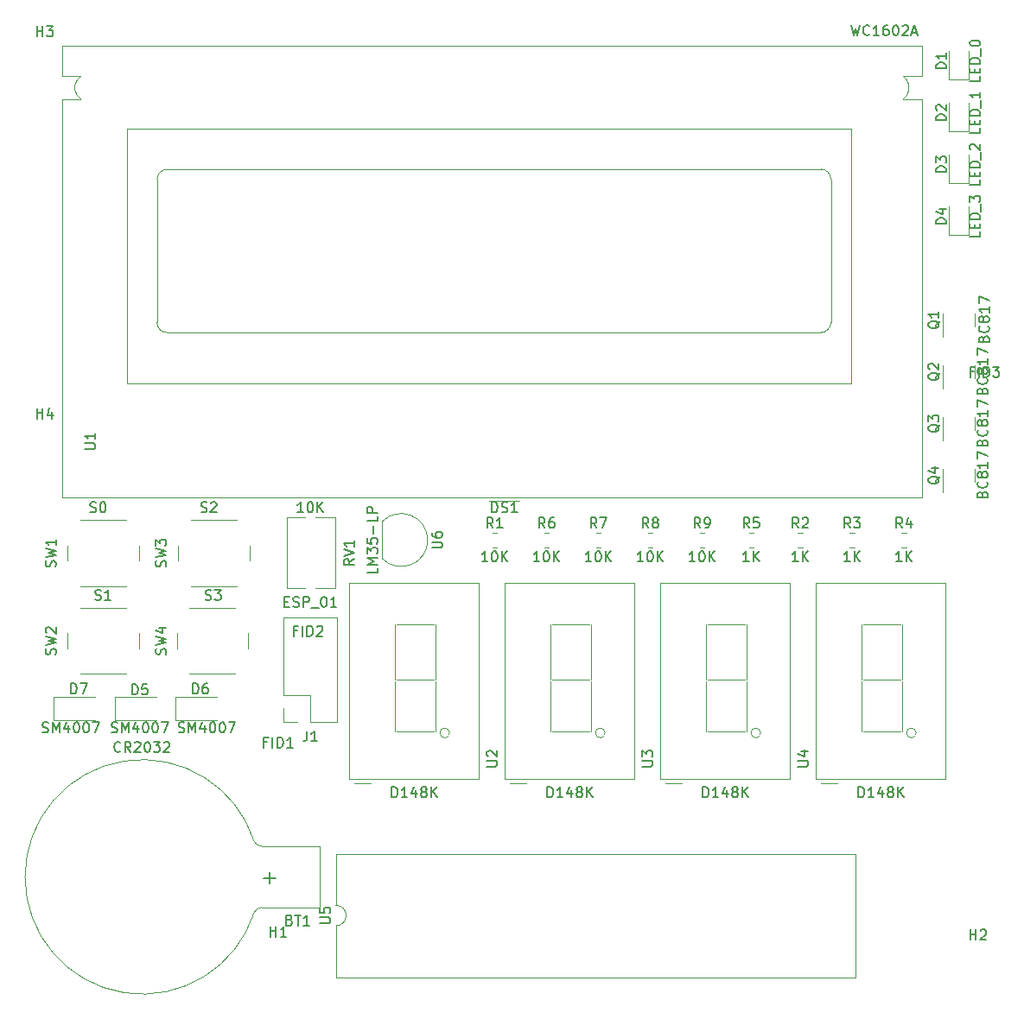
<source format=gbr>
G04 #@! TF.GenerationSoftware,KiCad,Pcbnew,(6.0.8)*
G04 #@! TF.CreationDate,2024-09-25T21:25:08-03:00*
G04 #@! TF.ProjectId,Projeto_01,50726f6a-6574-46f5-9f30-312e6b696361,rev?*
G04 #@! TF.SameCoordinates,Original*
G04 #@! TF.FileFunction,Legend,Top*
G04 #@! TF.FilePolarity,Positive*
%FSLAX46Y46*%
G04 Gerber Fmt 4.6, Leading zero omitted, Abs format (unit mm)*
G04 Created by KiCad (PCBNEW (6.0.8)) date 2024-09-25 21:25:08*
%MOMM*%
%LPD*%
G01*
G04 APERTURE LIST*
%ADD10C,0.150000*%
%ADD11C,0.120000*%
G04 APERTURE END LIST*
D10*
G04 #@! TO.C,FID1*
X193873571Y-104894071D02*
X193540238Y-104894071D01*
X193540238Y-105417880D02*
X193540238Y-104417880D01*
X194016428Y-104417880D01*
X194397380Y-105417880D02*
X194397380Y-104417880D01*
X194873571Y-105417880D02*
X194873571Y-104417880D01*
X195111666Y-104417880D01*
X195254523Y-104465500D01*
X195349761Y-104560738D01*
X195397380Y-104655976D01*
X195445000Y-104846452D01*
X195445000Y-104989309D01*
X195397380Y-105179785D01*
X195349761Y-105275023D01*
X195254523Y-105370261D01*
X195111666Y-105417880D01*
X194873571Y-105417880D01*
X196397380Y-105417880D02*
X195825952Y-105417880D01*
X196111666Y-105417880D02*
X196111666Y-104417880D01*
X196016428Y-104560738D01*
X195921190Y-104655976D01*
X195825952Y-104703595D01*
G04 #@! TO.C,R9*
X236323333Y-83892380D02*
X235990000Y-83416190D01*
X235751904Y-83892380D02*
X235751904Y-82892380D01*
X236132857Y-82892380D01*
X236228095Y-82940000D01*
X236275714Y-82987619D01*
X236323333Y-83082857D01*
X236323333Y-83225714D01*
X236275714Y-83320952D01*
X236228095Y-83368571D01*
X236132857Y-83416190D01*
X235751904Y-83416190D01*
X236799523Y-83892380D02*
X236990000Y-83892380D01*
X237085238Y-83844761D01*
X237132857Y-83797142D01*
X237228095Y-83654285D01*
X237275714Y-83463809D01*
X237275714Y-83082857D01*
X237228095Y-82987619D01*
X237180476Y-82940000D01*
X237085238Y-82892380D01*
X236894761Y-82892380D01*
X236799523Y-82940000D01*
X236751904Y-82987619D01*
X236704285Y-83082857D01*
X236704285Y-83320952D01*
X236751904Y-83416190D01*
X236799523Y-83463809D01*
X236894761Y-83511428D01*
X237085238Y-83511428D01*
X237180476Y-83463809D01*
X237228095Y-83416190D01*
X237275714Y-83320952D01*
X235799523Y-87192380D02*
X235228095Y-87192380D01*
X235513809Y-87192380D02*
X235513809Y-86192380D01*
X235418571Y-86335238D01*
X235323333Y-86430476D01*
X235228095Y-86478095D01*
X236418571Y-86192380D02*
X236513809Y-86192380D01*
X236609047Y-86240000D01*
X236656666Y-86287619D01*
X236704285Y-86382857D01*
X236751904Y-86573333D01*
X236751904Y-86811428D01*
X236704285Y-87001904D01*
X236656666Y-87097142D01*
X236609047Y-87144761D01*
X236513809Y-87192380D01*
X236418571Y-87192380D01*
X236323333Y-87144761D01*
X236275714Y-87097142D01*
X236228095Y-87001904D01*
X236180476Y-86811428D01*
X236180476Y-86573333D01*
X236228095Y-86382857D01*
X236275714Y-86287619D01*
X236323333Y-86240000D01*
X236418571Y-86192380D01*
X237180476Y-87192380D02*
X237180476Y-86192380D01*
X237751904Y-87192380D02*
X237323333Y-86620952D01*
X237751904Y-86192380D02*
X237180476Y-86763809D01*
G04 #@! TO.C,R7*
X226163333Y-83892380D02*
X225830000Y-83416190D01*
X225591904Y-83892380D02*
X225591904Y-82892380D01*
X225972857Y-82892380D01*
X226068095Y-82940000D01*
X226115714Y-82987619D01*
X226163333Y-83082857D01*
X226163333Y-83225714D01*
X226115714Y-83320952D01*
X226068095Y-83368571D01*
X225972857Y-83416190D01*
X225591904Y-83416190D01*
X226496666Y-82892380D02*
X227163333Y-82892380D01*
X226734761Y-83892380D01*
X225639523Y-87192380D02*
X225068095Y-87192380D01*
X225353809Y-87192380D02*
X225353809Y-86192380D01*
X225258571Y-86335238D01*
X225163333Y-86430476D01*
X225068095Y-86478095D01*
X226258571Y-86192380D02*
X226353809Y-86192380D01*
X226449047Y-86240000D01*
X226496666Y-86287619D01*
X226544285Y-86382857D01*
X226591904Y-86573333D01*
X226591904Y-86811428D01*
X226544285Y-87001904D01*
X226496666Y-87097142D01*
X226449047Y-87144761D01*
X226353809Y-87192380D01*
X226258571Y-87192380D01*
X226163333Y-87144761D01*
X226115714Y-87097142D01*
X226068095Y-87001904D01*
X226020476Y-86811428D01*
X226020476Y-86573333D01*
X226068095Y-86382857D01*
X226115714Y-86287619D01*
X226163333Y-86240000D01*
X226258571Y-86192380D01*
X227020476Y-87192380D02*
X227020476Y-86192380D01*
X227591904Y-87192380D02*
X227163333Y-86620952D01*
X227591904Y-86192380D02*
X227020476Y-86763809D01*
G04 #@! TO.C,D3*
X260422380Y-48998095D02*
X259422380Y-48998095D01*
X259422380Y-48760000D01*
X259470000Y-48617142D01*
X259565238Y-48521904D01*
X259660476Y-48474285D01*
X259850952Y-48426666D01*
X259993809Y-48426666D01*
X260184285Y-48474285D01*
X260279523Y-48521904D01*
X260374761Y-48617142D01*
X260422380Y-48760000D01*
X260422380Y-48998095D01*
X259422380Y-48093333D02*
X259422380Y-47474285D01*
X259803333Y-47807619D01*
X259803333Y-47664761D01*
X259850952Y-47569523D01*
X259898571Y-47521904D01*
X259993809Y-47474285D01*
X260231904Y-47474285D01*
X260327142Y-47521904D01*
X260374761Y-47569523D01*
X260422380Y-47664761D01*
X260422380Y-47950476D01*
X260374761Y-48045714D01*
X260327142Y-48093333D01*
X263722380Y-49760000D02*
X263722380Y-50236190D01*
X262722380Y-50236190D01*
X263198571Y-49426666D02*
X263198571Y-49093333D01*
X263722380Y-48950476D02*
X263722380Y-49426666D01*
X262722380Y-49426666D01*
X262722380Y-48950476D01*
X263722380Y-48521904D02*
X262722380Y-48521904D01*
X262722380Y-48283809D01*
X262770000Y-48140952D01*
X262865238Y-48045714D01*
X262960476Y-47998095D01*
X263150952Y-47950476D01*
X263293809Y-47950476D01*
X263484285Y-47998095D01*
X263579523Y-48045714D01*
X263674761Y-48140952D01*
X263722380Y-48283809D01*
X263722380Y-48521904D01*
X263817619Y-47760000D02*
X263817619Y-46998095D01*
X262817619Y-46807619D02*
X262770000Y-46760000D01*
X262722380Y-46664761D01*
X262722380Y-46426666D01*
X262770000Y-46331428D01*
X262817619Y-46283809D01*
X262912857Y-46236190D01*
X263008095Y-46236190D01*
X263150952Y-46283809D01*
X263722380Y-46855238D01*
X263722380Y-46236190D01*
G04 #@! TO.C,SW2*
X173124761Y-96293333D02*
X173172380Y-96150476D01*
X173172380Y-95912380D01*
X173124761Y-95817142D01*
X173077142Y-95769523D01*
X172981904Y-95721904D01*
X172886666Y-95721904D01*
X172791428Y-95769523D01*
X172743809Y-95817142D01*
X172696190Y-95912380D01*
X172648571Y-96102857D01*
X172600952Y-96198095D01*
X172553333Y-96245714D01*
X172458095Y-96293333D01*
X172362857Y-96293333D01*
X172267619Y-96245714D01*
X172220000Y-96198095D01*
X172172380Y-96102857D01*
X172172380Y-95864761D01*
X172220000Y-95721904D01*
X172172380Y-95388571D02*
X173172380Y-95150476D01*
X172458095Y-94960000D01*
X173172380Y-94769523D01*
X172172380Y-94531428D01*
X172267619Y-94198095D02*
X172220000Y-94150476D01*
X172172380Y-94055238D01*
X172172380Y-93817142D01*
X172220000Y-93721904D01*
X172267619Y-93674285D01*
X172362857Y-93626666D01*
X172458095Y-93626666D01*
X172600952Y-93674285D01*
X173172380Y-94245714D01*
X173172380Y-93626666D01*
X177038095Y-90914761D02*
X177180952Y-90962380D01*
X177419047Y-90962380D01*
X177514285Y-90914761D01*
X177561904Y-90867142D01*
X177609523Y-90771904D01*
X177609523Y-90676666D01*
X177561904Y-90581428D01*
X177514285Y-90533809D01*
X177419047Y-90486190D01*
X177228571Y-90438571D01*
X177133333Y-90390952D01*
X177085714Y-90343333D01*
X177038095Y-90248095D01*
X177038095Y-90152857D01*
X177085714Y-90057619D01*
X177133333Y-90010000D01*
X177228571Y-89962380D01*
X177466666Y-89962380D01*
X177609523Y-90010000D01*
X178561904Y-90962380D02*
X177990476Y-90962380D01*
X178276190Y-90962380D02*
X178276190Y-89962380D01*
X178180952Y-90105238D01*
X178085714Y-90200476D01*
X177990476Y-90248095D01*
G04 #@! TO.C,H3*
X171323095Y-35707380D02*
X171323095Y-34707380D01*
X171323095Y-35183571D02*
X171894523Y-35183571D01*
X171894523Y-35707380D02*
X171894523Y-34707380D01*
X172275476Y-34707380D02*
X172894523Y-34707380D01*
X172561190Y-35088333D01*
X172704047Y-35088333D01*
X172799285Y-35135952D01*
X172846904Y-35183571D01*
X172894523Y-35278809D01*
X172894523Y-35516904D01*
X172846904Y-35612142D01*
X172799285Y-35659761D01*
X172704047Y-35707380D01*
X172418333Y-35707380D01*
X172323095Y-35659761D01*
X172275476Y-35612142D01*
G04 #@! TO.C,FID2*
X196794571Y-93972071D02*
X196461238Y-93972071D01*
X196461238Y-94495880D02*
X196461238Y-93495880D01*
X196937428Y-93495880D01*
X197318380Y-94495880D02*
X197318380Y-93495880D01*
X197794571Y-94495880D02*
X197794571Y-93495880D01*
X198032666Y-93495880D01*
X198175523Y-93543500D01*
X198270761Y-93638738D01*
X198318380Y-93733976D01*
X198366000Y-93924452D01*
X198366000Y-94067309D01*
X198318380Y-94257785D01*
X198270761Y-94353023D01*
X198175523Y-94448261D01*
X198032666Y-94495880D01*
X197794571Y-94495880D01*
X198746952Y-93591119D02*
X198794571Y-93543500D01*
X198889809Y-93495880D01*
X199127904Y-93495880D01*
X199223142Y-93543500D01*
X199270761Y-93591119D01*
X199318380Y-93686357D01*
X199318380Y-93781595D01*
X199270761Y-93924452D01*
X198699333Y-94495880D01*
X199318380Y-94495880D01*
G04 #@! TO.C,D6*
X186586904Y-100147380D02*
X186586904Y-99147380D01*
X186825000Y-99147380D01*
X186967857Y-99195000D01*
X187063095Y-99290238D01*
X187110714Y-99385476D01*
X187158333Y-99575952D01*
X187158333Y-99718809D01*
X187110714Y-99909285D01*
X187063095Y-100004523D01*
X186967857Y-100099761D01*
X186825000Y-100147380D01*
X186586904Y-100147380D01*
X188015476Y-99147380D02*
X187825000Y-99147380D01*
X187729761Y-99195000D01*
X187682142Y-99242619D01*
X187586904Y-99385476D01*
X187539285Y-99575952D01*
X187539285Y-99956904D01*
X187586904Y-100052142D01*
X187634523Y-100099761D01*
X187729761Y-100147380D01*
X187920238Y-100147380D01*
X188015476Y-100099761D01*
X188063095Y-100052142D01*
X188110714Y-99956904D01*
X188110714Y-99718809D01*
X188063095Y-99623571D01*
X188015476Y-99575952D01*
X187920238Y-99528333D01*
X187729761Y-99528333D01*
X187634523Y-99575952D01*
X187586904Y-99623571D01*
X187539285Y-99718809D01*
X185198095Y-103909761D02*
X185340952Y-103957380D01*
X185579047Y-103957380D01*
X185674285Y-103909761D01*
X185721904Y-103862142D01*
X185769523Y-103766904D01*
X185769523Y-103671666D01*
X185721904Y-103576428D01*
X185674285Y-103528809D01*
X185579047Y-103481190D01*
X185388571Y-103433571D01*
X185293333Y-103385952D01*
X185245714Y-103338333D01*
X185198095Y-103243095D01*
X185198095Y-103147857D01*
X185245714Y-103052619D01*
X185293333Y-103005000D01*
X185388571Y-102957380D01*
X185626666Y-102957380D01*
X185769523Y-103005000D01*
X186198095Y-103957380D02*
X186198095Y-102957380D01*
X186531428Y-103671666D01*
X186864761Y-102957380D01*
X186864761Y-103957380D01*
X187769523Y-103290714D02*
X187769523Y-103957380D01*
X187531428Y-102909761D02*
X187293333Y-103624047D01*
X187912380Y-103624047D01*
X188483809Y-102957380D02*
X188579047Y-102957380D01*
X188674285Y-103005000D01*
X188721904Y-103052619D01*
X188769523Y-103147857D01*
X188817142Y-103338333D01*
X188817142Y-103576428D01*
X188769523Y-103766904D01*
X188721904Y-103862142D01*
X188674285Y-103909761D01*
X188579047Y-103957380D01*
X188483809Y-103957380D01*
X188388571Y-103909761D01*
X188340952Y-103862142D01*
X188293333Y-103766904D01*
X188245714Y-103576428D01*
X188245714Y-103338333D01*
X188293333Y-103147857D01*
X188340952Y-103052619D01*
X188388571Y-103005000D01*
X188483809Y-102957380D01*
X189436190Y-102957380D02*
X189531428Y-102957380D01*
X189626666Y-103005000D01*
X189674285Y-103052619D01*
X189721904Y-103147857D01*
X189769523Y-103338333D01*
X189769523Y-103576428D01*
X189721904Y-103766904D01*
X189674285Y-103862142D01*
X189626666Y-103909761D01*
X189531428Y-103957380D01*
X189436190Y-103957380D01*
X189340952Y-103909761D01*
X189293333Y-103862142D01*
X189245714Y-103766904D01*
X189198095Y-103576428D01*
X189198095Y-103338333D01*
X189245714Y-103147857D01*
X189293333Y-103052619D01*
X189340952Y-103005000D01*
X189436190Y-102957380D01*
X190102857Y-102957380D02*
X190769523Y-102957380D01*
X190340952Y-103957380D01*
G04 #@! TO.C,R1*
X216003333Y-83892380D02*
X215670000Y-83416190D01*
X215431904Y-83892380D02*
X215431904Y-82892380D01*
X215812857Y-82892380D01*
X215908095Y-82940000D01*
X215955714Y-82987619D01*
X216003333Y-83082857D01*
X216003333Y-83225714D01*
X215955714Y-83320952D01*
X215908095Y-83368571D01*
X215812857Y-83416190D01*
X215431904Y-83416190D01*
X216955714Y-83892380D02*
X216384285Y-83892380D01*
X216670000Y-83892380D02*
X216670000Y-82892380D01*
X216574761Y-83035238D01*
X216479523Y-83130476D01*
X216384285Y-83178095D01*
X215479523Y-87192380D02*
X214908095Y-87192380D01*
X215193809Y-87192380D02*
X215193809Y-86192380D01*
X215098571Y-86335238D01*
X215003333Y-86430476D01*
X214908095Y-86478095D01*
X216098571Y-86192380D02*
X216193809Y-86192380D01*
X216289047Y-86240000D01*
X216336666Y-86287619D01*
X216384285Y-86382857D01*
X216431904Y-86573333D01*
X216431904Y-86811428D01*
X216384285Y-87001904D01*
X216336666Y-87097142D01*
X216289047Y-87144761D01*
X216193809Y-87192380D01*
X216098571Y-87192380D01*
X216003333Y-87144761D01*
X215955714Y-87097142D01*
X215908095Y-87001904D01*
X215860476Y-86811428D01*
X215860476Y-86573333D01*
X215908095Y-86382857D01*
X215955714Y-86287619D01*
X216003333Y-86240000D01*
X216098571Y-86192380D01*
X216860476Y-87192380D02*
X216860476Y-86192380D01*
X217431904Y-87192380D02*
X217003333Y-86620952D01*
X217431904Y-86192380D02*
X216860476Y-86763809D01*
G04 #@! TO.C,R2*
X245943333Y-83892380D02*
X245610000Y-83416190D01*
X245371904Y-83892380D02*
X245371904Y-82892380D01*
X245752857Y-82892380D01*
X245848095Y-82940000D01*
X245895714Y-82987619D01*
X245943333Y-83082857D01*
X245943333Y-83225714D01*
X245895714Y-83320952D01*
X245848095Y-83368571D01*
X245752857Y-83416190D01*
X245371904Y-83416190D01*
X246324285Y-82987619D02*
X246371904Y-82940000D01*
X246467142Y-82892380D01*
X246705238Y-82892380D01*
X246800476Y-82940000D01*
X246848095Y-82987619D01*
X246895714Y-83082857D01*
X246895714Y-83178095D01*
X246848095Y-83320952D01*
X246276666Y-83892380D01*
X246895714Y-83892380D01*
X245895714Y-87192380D02*
X245324285Y-87192380D01*
X245610000Y-87192380D02*
X245610000Y-86192380D01*
X245514761Y-86335238D01*
X245419523Y-86430476D01*
X245324285Y-86478095D01*
X246324285Y-87192380D02*
X246324285Y-86192380D01*
X246895714Y-87192380D02*
X246467142Y-86620952D01*
X246895714Y-86192380D02*
X246324285Y-86763809D01*
G04 #@! TO.C,R6*
X221083333Y-83892380D02*
X220750000Y-83416190D01*
X220511904Y-83892380D02*
X220511904Y-82892380D01*
X220892857Y-82892380D01*
X220988095Y-82940000D01*
X221035714Y-82987619D01*
X221083333Y-83082857D01*
X221083333Y-83225714D01*
X221035714Y-83320952D01*
X220988095Y-83368571D01*
X220892857Y-83416190D01*
X220511904Y-83416190D01*
X221940476Y-82892380D02*
X221750000Y-82892380D01*
X221654761Y-82940000D01*
X221607142Y-82987619D01*
X221511904Y-83130476D01*
X221464285Y-83320952D01*
X221464285Y-83701904D01*
X221511904Y-83797142D01*
X221559523Y-83844761D01*
X221654761Y-83892380D01*
X221845238Y-83892380D01*
X221940476Y-83844761D01*
X221988095Y-83797142D01*
X222035714Y-83701904D01*
X222035714Y-83463809D01*
X221988095Y-83368571D01*
X221940476Y-83320952D01*
X221845238Y-83273333D01*
X221654761Y-83273333D01*
X221559523Y-83320952D01*
X221511904Y-83368571D01*
X221464285Y-83463809D01*
X220559523Y-87192380D02*
X219988095Y-87192380D01*
X220273809Y-87192380D02*
X220273809Y-86192380D01*
X220178571Y-86335238D01*
X220083333Y-86430476D01*
X219988095Y-86478095D01*
X221178571Y-86192380D02*
X221273809Y-86192380D01*
X221369047Y-86240000D01*
X221416666Y-86287619D01*
X221464285Y-86382857D01*
X221511904Y-86573333D01*
X221511904Y-86811428D01*
X221464285Y-87001904D01*
X221416666Y-87097142D01*
X221369047Y-87144761D01*
X221273809Y-87192380D01*
X221178571Y-87192380D01*
X221083333Y-87144761D01*
X221035714Y-87097142D01*
X220988095Y-87001904D01*
X220940476Y-86811428D01*
X220940476Y-86573333D01*
X220988095Y-86382857D01*
X221035714Y-86287619D01*
X221083333Y-86240000D01*
X221178571Y-86192380D01*
X221940476Y-87192380D02*
X221940476Y-86192380D01*
X222511904Y-87192380D02*
X222083333Y-86620952D01*
X222511904Y-86192380D02*
X221940476Y-86763809D01*
G04 #@! TO.C,Q1*
X259767619Y-63595238D02*
X259720000Y-63690476D01*
X259624761Y-63785714D01*
X259481904Y-63928571D01*
X259434285Y-64023809D01*
X259434285Y-64119047D01*
X259672380Y-64071428D02*
X259624761Y-64166666D01*
X259529523Y-64261904D01*
X259339047Y-64309523D01*
X259005714Y-64309523D01*
X258815238Y-64261904D01*
X258720000Y-64166666D01*
X258672380Y-64071428D01*
X258672380Y-63880952D01*
X258720000Y-63785714D01*
X258815238Y-63690476D01*
X259005714Y-63642857D01*
X259339047Y-63642857D01*
X259529523Y-63690476D01*
X259624761Y-63785714D01*
X259672380Y-63880952D01*
X259672380Y-64071428D01*
X259672380Y-62690476D02*
X259672380Y-63261904D01*
X259672380Y-62976190D02*
X258672380Y-62976190D01*
X258815238Y-63071428D01*
X258910476Y-63166666D01*
X258958095Y-63261904D01*
X264088571Y-65347142D02*
X264136190Y-65204285D01*
X264183809Y-65156666D01*
X264279047Y-65109047D01*
X264421904Y-65109047D01*
X264517142Y-65156666D01*
X264564761Y-65204285D01*
X264612380Y-65299523D01*
X264612380Y-65680476D01*
X263612380Y-65680476D01*
X263612380Y-65347142D01*
X263660000Y-65251904D01*
X263707619Y-65204285D01*
X263802857Y-65156666D01*
X263898095Y-65156666D01*
X263993333Y-65204285D01*
X264040952Y-65251904D01*
X264088571Y-65347142D01*
X264088571Y-65680476D01*
X264517142Y-64109047D02*
X264564761Y-64156666D01*
X264612380Y-64299523D01*
X264612380Y-64394761D01*
X264564761Y-64537619D01*
X264469523Y-64632857D01*
X264374285Y-64680476D01*
X264183809Y-64728095D01*
X264040952Y-64728095D01*
X263850476Y-64680476D01*
X263755238Y-64632857D01*
X263660000Y-64537619D01*
X263612380Y-64394761D01*
X263612380Y-64299523D01*
X263660000Y-64156666D01*
X263707619Y-64109047D01*
X264040952Y-63537619D02*
X263993333Y-63632857D01*
X263945714Y-63680476D01*
X263850476Y-63728095D01*
X263802857Y-63728095D01*
X263707619Y-63680476D01*
X263660000Y-63632857D01*
X263612380Y-63537619D01*
X263612380Y-63347142D01*
X263660000Y-63251904D01*
X263707619Y-63204285D01*
X263802857Y-63156666D01*
X263850476Y-63156666D01*
X263945714Y-63204285D01*
X263993333Y-63251904D01*
X264040952Y-63347142D01*
X264040952Y-63537619D01*
X264088571Y-63632857D01*
X264136190Y-63680476D01*
X264231428Y-63728095D01*
X264421904Y-63728095D01*
X264517142Y-63680476D01*
X264564761Y-63632857D01*
X264612380Y-63537619D01*
X264612380Y-63347142D01*
X264564761Y-63251904D01*
X264517142Y-63204285D01*
X264421904Y-63156666D01*
X264231428Y-63156666D01*
X264136190Y-63204285D01*
X264088571Y-63251904D01*
X264040952Y-63347142D01*
X264612380Y-62204285D02*
X264612380Y-62775714D01*
X264612380Y-62490000D02*
X263612380Y-62490000D01*
X263755238Y-62585238D01*
X263850476Y-62680476D01*
X263898095Y-62775714D01*
X263612380Y-61870952D02*
X263612380Y-61204285D01*
X264612380Y-61632857D01*
G04 #@! TO.C,Q3*
X259767619Y-73755238D02*
X259720000Y-73850476D01*
X259624761Y-73945714D01*
X259481904Y-74088571D01*
X259434285Y-74183809D01*
X259434285Y-74279047D01*
X259672380Y-74231428D02*
X259624761Y-74326666D01*
X259529523Y-74421904D01*
X259339047Y-74469523D01*
X259005714Y-74469523D01*
X258815238Y-74421904D01*
X258720000Y-74326666D01*
X258672380Y-74231428D01*
X258672380Y-74040952D01*
X258720000Y-73945714D01*
X258815238Y-73850476D01*
X259005714Y-73802857D01*
X259339047Y-73802857D01*
X259529523Y-73850476D01*
X259624761Y-73945714D01*
X259672380Y-74040952D01*
X259672380Y-74231428D01*
X258672380Y-73469523D02*
X258672380Y-72850476D01*
X259053333Y-73183809D01*
X259053333Y-73040952D01*
X259100952Y-72945714D01*
X259148571Y-72898095D01*
X259243809Y-72850476D01*
X259481904Y-72850476D01*
X259577142Y-72898095D01*
X259624761Y-72945714D01*
X259672380Y-73040952D01*
X259672380Y-73326666D01*
X259624761Y-73421904D01*
X259577142Y-73469523D01*
X263948571Y-75517142D02*
X263996190Y-75374285D01*
X264043809Y-75326666D01*
X264139047Y-75279047D01*
X264281904Y-75279047D01*
X264377142Y-75326666D01*
X264424761Y-75374285D01*
X264472380Y-75469523D01*
X264472380Y-75850476D01*
X263472380Y-75850476D01*
X263472380Y-75517142D01*
X263520000Y-75421904D01*
X263567619Y-75374285D01*
X263662857Y-75326666D01*
X263758095Y-75326666D01*
X263853333Y-75374285D01*
X263900952Y-75421904D01*
X263948571Y-75517142D01*
X263948571Y-75850476D01*
X264377142Y-74279047D02*
X264424761Y-74326666D01*
X264472380Y-74469523D01*
X264472380Y-74564761D01*
X264424761Y-74707619D01*
X264329523Y-74802857D01*
X264234285Y-74850476D01*
X264043809Y-74898095D01*
X263900952Y-74898095D01*
X263710476Y-74850476D01*
X263615238Y-74802857D01*
X263520000Y-74707619D01*
X263472380Y-74564761D01*
X263472380Y-74469523D01*
X263520000Y-74326666D01*
X263567619Y-74279047D01*
X263900952Y-73707619D02*
X263853333Y-73802857D01*
X263805714Y-73850476D01*
X263710476Y-73898095D01*
X263662857Y-73898095D01*
X263567619Y-73850476D01*
X263520000Y-73802857D01*
X263472380Y-73707619D01*
X263472380Y-73517142D01*
X263520000Y-73421904D01*
X263567619Y-73374285D01*
X263662857Y-73326666D01*
X263710476Y-73326666D01*
X263805714Y-73374285D01*
X263853333Y-73421904D01*
X263900952Y-73517142D01*
X263900952Y-73707619D01*
X263948571Y-73802857D01*
X263996190Y-73850476D01*
X264091428Y-73898095D01*
X264281904Y-73898095D01*
X264377142Y-73850476D01*
X264424761Y-73802857D01*
X264472380Y-73707619D01*
X264472380Y-73517142D01*
X264424761Y-73421904D01*
X264377142Y-73374285D01*
X264281904Y-73326666D01*
X264091428Y-73326666D01*
X263996190Y-73374285D01*
X263948571Y-73421904D01*
X263900952Y-73517142D01*
X264472380Y-72374285D02*
X264472380Y-72945714D01*
X264472380Y-72660000D02*
X263472380Y-72660000D01*
X263615238Y-72755238D01*
X263710476Y-72850476D01*
X263758095Y-72945714D01*
X263472380Y-72040952D02*
X263472380Y-71374285D01*
X264472380Y-71802857D01*
G04 #@! TO.C,R5*
X241133333Y-83892380D02*
X240800000Y-83416190D01*
X240561904Y-83892380D02*
X240561904Y-82892380D01*
X240942857Y-82892380D01*
X241038095Y-82940000D01*
X241085714Y-82987619D01*
X241133333Y-83082857D01*
X241133333Y-83225714D01*
X241085714Y-83320952D01*
X241038095Y-83368571D01*
X240942857Y-83416190D01*
X240561904Y-83416190D01*
X242038095Y-82892380D02*
X241561904Y-82892380D01*
X241514285Y-83368571D01*
X241561904Y-83320952D01*
X241657142Y-83273333D01*
X241895238Y-83273333D01*
X241990476Y-83320952D01*
X242038095Y-83368571D01*
X242085714Y-83463809D01*
X242085714Y-83701904D01*
X242038095Y-83797142D01*
X241990476Y-83844761D01*
X241895238Y-83892380D01*
X241657142Y-83892380D01*
X241561904Y-83844761D01*
X241514285Y-83797142D01*
X241085714Y-87192380D02*
X240514285Y-87192380D01*
X240800000Y-87192380D02*
X240800000Y-86192380D01*
X240704761Y-86335238D01*
X240609523Y-86430476D01*
X240514285Y-86478095D01*
X241514285Y-87192380D02*
X241514285Y-86192380D01*
X242085714Y-87192380D02*
X241657142Y-86620952D01*
X242085714Y-86192380D02*
X241514285Y-86763809D01*
G04 #@! TO.C,H4*
X171323095Y-73172380D02*
X171323095Y-72172380D01*
X171323095Y-72648571D02*
X171894523Y-72648571D01*
X171894523Y-73172380D02*
X171894523Y-72172380D01*
X172799285Y-72505714D02*
X172799285Y-73172380D01*
X172561190Y-72124761D02*
X172323095Y-72839047D01*
X172942142Y-72839047D01*
G04 #@! TO.C,U3*
X230652380Y-107289404D02*
X231461904Y-107289404D01*
X231557142Y-107241785D01*
X231604761Y-107194166D01*
X231652380Y-107098928D01*
X231652380Y-106908452D01*
X231604761Y-106813214D01*
X231557142Y-106765595D01*
X231461904Y-106717976D01*
X230652380Y-106717976D01*
X230652380Y-106337023D02*
X230652380Y-105717976D01*
X231033333Y-106051309D01*
X231033333Y-105908452D01*
X231080952Y-105813214D01*
X231128571Y-105765595D01*
X231223809Y-105717976D01*
X231461904Y-105717976D01*
X231557142Y-105765595D01*
X231604761Y-105813214D01*
X231652380Y-105908452D01*
X231652380Y-106194166D01*
X231604761Y-106289404D01*
X231557142Y-106337023D01*
X236569523Y-110307380D02*
X236569523Y-109307380D01*
X236807619Y-109307380D01*
X236950476Y-109355000D01*
X237045714Y-109450238D01*
X237093333Y-109545476D01*
X237140952Y-109735952D01*
X237140952Y-109878809D01*
X237093333Y-110069285D01*
X237045714Y-110164523D01*
X236950476Y-110259761D01*
X236807619Y-110307380D01*
X236569523Y-110307380D01*
X238093333Y-110307380D02*
X237521904Y-110307380D01*
X237807619Y-110307380D02*
X237807619Y-109307380D01*
X237712380Y-109450238D01*
X237617142Y-109545476D01*
X237521904Y-109593095D01*
X238950476Y-109640714D02*
X238950476Y-110307380D01*
X238712380Y-109259761D02*
X238474285Y-109974047D01*
X239093333Y-109974047D01*
X239617142Y-109735952D02*
X239521904Y-109688333D01*
X239474285Y-109640714D01*
X239426666Y-109545476D01*
X239426666Y-109497857D01*
X239474285Y-109402619D01*
X239521904Y-109355000D01*
X239617142Y-109307380D01*
X239807619Y-109307380D01*
X239902857Y-109355000D01*
X239950476Y-109402619D01*
X239998095Y-109497857D01*
X239998095Y-109545476D01*
X239950476Y-109640714D01*
X239902857Y-109688333D01*
X239807619Y-109735952D01*
X239617142Y-109735952D01*
X239521904Y-109783571D01*
X239474285Y-109831190D01*
X239426666Y-109926428D01*
X239426666Y-110116904D01*
X239474285Y-110212142D01*
X239521904Y-110259761D01*
X239617142Y-110307380D01*
X239807619Y-110307380D01*
X239902857Y-110259761D01*
X239950476Y-110212142D01*
X239998095Y-110116904D01*
X239998095Y-109926428D01*
X239950476Y-109831190D01*
X239902857Y-109783571D01*
X239807619Y-109735952D01*
X240426666Y-110307380D02*
X240426666Y-109307380D01*
X240998095Y-110307380D02*
X240569523Y-109735952D01*
X240998095Y-109307380D02*
X240426666Y-109878809D01*
G04 #@! TO.C,D5*
X180654404Y-100232380D02*
X180654404Y-99232380D01*
X180892500Y-99232380D01*
X181035357Y-99280000D01*
X181130595Y-99375238D01*
X181178214Y-99470476D01*
X181225833Y-99660952D01*
X181225833Y-99803809D01*
X181178214Y-99994285D01*
X181130595Y-100089523D01*
X181035357Y-100184761D01*
X180892500Y-100232380D01*
X180654404Y-100232380D01*
X182130595Y-99232380D02*
X181654404Y-99232380D01*
X181606785Y-99708571D01*
X181654404Y-99660952D01*
X181749642Y-99613333D01*
X181987738Y-99613333D01*
X182082976Y-99660952D01*
X182130595Y-99708571D01*
X182178214Y-99803809D01*
X182178214Y-100041904D01*
X182130595Y-100137142D01*
X182082976Y-100184761D01*
X181987738Y-100232380D01*
X181749642Y-100232380D01*
X181654404Y-100184761D01*
X181606785Y-100137142D01*
X178630595Y-103909761D02*
X178773452Y-103957380D01*
X179011547Y-103957380D01*
X179106785Y-103909761D01*
X179154404Y-103862142D01*
X179202023Y-103766904D01*
X179202023Y-103671666D01*
X179154404Y-103576428D01*
X179106785Y-103528809D01*
X179011547Y-103481190D01*
X178821071Y-103433571D01*
X178725833Y-103385952D01*
X178678214Y-103338333D01*
X178630595Y-103243095D01*
X178630595Y-103147857D01*
X178678214Y-103052619D01*
X178725833Y-103005000D01*
X178821071Y-102957380D01*
X179059166Y-102957380D01*
X179202023Y-103005000D01*
X179630595Y-103957380D02*
X179630595Y-102957380D01*
X179963928Y-103671666D01*
X180297261Y-102957380D01*
X180297261Y-103957380D01*
X181202023Y-103290714D02*
X181202023Y-103957380D01*
X180963928Y-102909761D02*
X180725833Y-103624047D01*
X181344880Y-103624047D01*
X181916309Y-102957380D02*
X182011547Y-102957380D01*
X182106785Y-103005000D01*
X182154404Y-103052619D01*
X182202023Y-103147857D01*
X182249642Y-103338333D01*
X182249642Y-103576428D01*
X182202023Y-103766904D01*
X182154404Y-103862142D01*
X182106785Y-103909761D01*
X182011547Y-103957380D01*
X181916309Y-103957380D01*
X181821071Y-103909761D01*
X181773452Y-103862142D01*
X181725833Y-103766904D01*
X181678214Y-103576428D01*
X181678214Y-103338333D01*
X181725833Y-103147857D01*
X181773452Y-103052619D01*
X181821071Y-103005000D01*
X181916309Y-102957380D01*
X182868690Y-102957380D02*
X182963928Y-102957380D01*
X183059166Y-103005000D01*
X183106785Y-103052619D01*
X183154404Y-103147857D01*
X183202023Y-103338333D01*
X183202023Y-103576428D01*
X183154404Y-103766904D01*
X183106785Y-103862142D01*
X183059166Y-103909761D01*
X182963928Y-103957380D01*
X182868690Y-103957380D01*
X182773452Y-103909761D01*
X182725833Y-103862142D01*
X182678214Y-103766904D01*
X182630595Y-103576428D01*
X182630595Y-103338333D01*
X182678214Y-103147857D01*
X182725833Y-103052619D01*
X182773452Y-103005000D01*
X182868690Y-102957380D01*
X183535357Y-102957380D02*
X184202023Y-102957380D01*
X183773452Y-103957380D01*
G04 #@! TO.C,D7*
X174664404Y-100147380D02*
X174664404Y-99147380D01*
X174902500Y-99147380D01*
X175045357Y-99195000D01*
X175140595Y-99290238D01*
X175188214Y-99385476D01*
X175235833Y-99575952D01*
X175235833Y-99718809D01*
X175188214Y-99909285D01*
X175140595Y-100004523D01*
X175045357Y-100099761D01*
X174902500Y-100147380D01*
X174664404Y-100147380D01*
X175569166Y-99147380D02*
X176235833Y-99147380D01*
X175807261Y-100147380D01*
X171863095Y-103909761D02*
X172005952Y-103957380D01*
X172244047Y-103957380D01*
X172339285Y-103909761D01*
X172386904Y-103862142D01*
X172434523Y-103766904D01*
X172434523Y-103671666D01*
X172386904Y-103576428D01*
X172339285Y-103528809D01*
X172244047Y-103481190D01*
X172053571Y-103433571D01*
X171958333Y-103385952D01*
X171910714Y-103338333D01*
X171863095Y-103243095D01*
X171863095Y-103147857D01*
X171910714Y-103052619D01*
X171958333Y-103005000D01*
X172053571Y-102957380D01*
X172291666Y-102957380D01*
X172434523Y-103005000D01*
X172863095Y-103957380D02*
X172863095Y-102957380D01*
X173196428Y-103671666D01*
X173529761Y-102957380D01*
X173529761Y-103957380D01*
X174434523Y-103290714D02*
X174434523Y-103957380D01*
X174196428Y-102909761D02*
X173958333Y-103624047D01*
X174577380Y-103624047D01*
X175148809Y-102957380D02*
X175244047Y-102957380D01*
X175339285Y-103005000D01*
X175386904Y-103052619D01*
X175434523Y-103147857D01*
X175482142Y-103338333D01*
X175482142Y-103576428D01*
X175434523Y-103766904D01*
X175386904Y-103862142D01*
X175339285Y-103909761D01*
X175244047Y-103957380D01*
X175148809Y-103957380D01*
X175053571Y-103909761D01*
X175005952Y-103862142D01*
X174958333Y-103766904D01*
X174910714Y-103576428D01*
X174910714Y-103338333D01*
X174958333Y-103147857D01*
X175005952Y-103052619D01*
X175053571Y-103005000D01*
X175148809Y-102957380D01*
X176101190Y-102957380D02*
X176196428Y-102957380D01*
X176291666Y-103005000D01*
X176339285Y-103052619D01*
X176386904Y-103147857D01*
X176434523Y-103338333D01*
X176434523Y-103576428D01*
X176386904Y-103766904D01*
X176339285Y-103862142D01*
X176291666Y-103909761D01*
X176196428Y-103957380D01*
X176101190Y-103957380D01*
X176005952Y-103909761D01*
X175958333Y-103862142D01*
X175910714Y-103766904D01*
X175863095Y-103576428D01*
X175863095Y-103338333D01*
X175910714Y-103147857D01*
X175958333Y-103052619D01*
X176005952Y-103005000D01*
X176101190Y-102957380D01*
X176767857Y-102957380D02*
X177434523Y-102957380D01*
X177005952Y-103957380D01*
G04 #@! TO.C,U4*
X245892380Y-107289404D02*
X246701904Y-107289404D01*
X246797142Y-107241785D01*
X246844761Y-107194166D01*
X246892380Y-107098928D01*
X246892380Y-106908452D01*
X246844761Y-106813214D01*
X246797142Y-106765595D01*
X246701904Y-106717976D01*
X245892380Y-106717976D01*
X246225714Y-105813214D02*
X246892380Y-105813214D01*
X245844761Y-106051309D02*
X246559047Y-106289404D01*
X246559047Y-105670357D01*
X251809523Y-110307380D02*
X251809523Y-109307380D01*
X252047619Y-109307380D01*
X252190476Y-109355000D01*
X252285714Y-109450238D01*
X252333333Y-109545476D01*
X252380952Y-109735952D01*
X252380952Y-109878809D01*
X252333333Y-110069285D01*
X252285714Y-110164523D01*
X252190476Y-110259761D01*
X252047619Y-110307380D01*
X251809523Y-110307380D01*
X253333333Y-110307380D02*
X252761904Y-110307380D01*
X253047619Y-110307380D02*
X253047619Y-109307380D01*
X252952380Y-109450238D01*
X252857142Y-109545476D01*
X252761904Y-109593095D01*
X254190476Y-109640714D02*
X254190476Y-110307380D01*
X253952380Y-109259761D02*
X253714285Y-109974047D01*
X254333333Y-109974047D01*
X254857142Y-109735952D02*
X254761904Y-109688333D01*
X254714285Y-109640714D01*
X254666666Y-109545476D01*
X254666666Y-109497857D01*
X254714285Y-109402619D01*
X254761904Y-109355000D01*
X254857142Y-109307380D01*
X255047619Y-109307380D01*
X255142857Y-109355000D01*
X255190476Y-109402619D01*
X255238095Y-109497857D01*
X255238095Y-109545476D01*
X255190476Y-109640714D01*
X255142857Y-109688333D01*
X255047619Y-109735952D01*
X254857142Y-109735952D01*
X254761904Y-109783571D01*
X254714285Y-109831190D01*
X254666666Y-109926428D01*
X254666666Y-110116904D01*
X254714285Y-110212142D01*
X254761904Y-110259761D01*
X254857142Y-110307380D01*
X255047619Y-110307380D01*
X255142857Y-110259761D01*
X255190476Y-110212142D01*
X255238095Y-110116904D01*
X255238095Y-109926428D01*
X255190476Y-109831190D01*
X255142857Y-109783571D01*
X255047619Y-109735952D01*
X255666666Y-110307380D02*
X255666666Y-109307380D01*
X256238095Y-110307380D02*
X255809523Y-109735952D01*
X256238095Y-109307380D02*
X255666666Y-109878809D01*
G04 #@! TO.C,D4*
X260422380Y-54078095D02*
X259422380Y-54078095D01*
X259422380Y-53840000D01*
X259470000Y-53697142D01*
X259565238Y-53601904D01*
X259660476Y-53554285D01*
X259850952Y-53506666D01*
X259993809Y-53506666D01*
X260184285Y-53554285D01*
X260279523Y-53601904D01*
X260374761Y-53697142D01*
X260422380Y-53840000D01*
X260422380Y-54078095D01*
X259755714Y-52649523D02*
X260422380Y-52649523D01*
X259374761Y-52887619D02*
X260089047Y-53125714D01*
X260089047Y-52506666D01*
X263722380Y-54840000D02*
X263722380Y-55316190D01*
X262722380Y-55316190D01*
X263198571Y-54506666D02*
X263198571Y-54173333D01*
X263722380Y-54030476D02*
X263722380Y-54506666D01*
X262722380Y-54506666D01*
X262722380Y-54030476D01*
X263722380Y-53601904D02*
X262722380Y-53601904D01*
X262722380Y-53363809D01*
X262770000Y-53220952D01*
X262865238Y-53125714D01*
X262960476Y-53078095D01*
X263150952Y-53030476D01*
X263293809Y-53030476D01*
X263484285Y-53078095D01*
X263579523Y-53125714D01*
X263674761Y-53220952D01*
X263722380Y-53363809D01*
X263722380Y-53601904D01*
X263817619Y-52840000D02*
X263817619Y-52078095D01*
X262722380Y-51935238D02*
X262722380Y-51316190D01*
X263103333Y-51649523D01*
X263103333Y-51506666D01*
X263150952Y-51411428D01*
X263198571Y-51363809D01*
X263293809Y-51316190D01*
X263531904Y-51316190D01*
X263627142Y-51363809D01*
X263674761Y-51411428D01*
X263722380Y-51506666D01*
X263722380Y-51792380D01*
X263674761Y-51887619D01*
X263627142Y-51935238D01*
G04 #@! TO.C,H2*
X262763095Y-124277380D02*
X262763095Y-123277380D01*
X262763095Y-123753571D02*
X263334523Y-123753571D01*
X263334523Y-124277380D02*
X263334523Y-123277380D01*
X263763095Y-123372619D02*
X263810714Y-123325000D01*
X263905952Y-123277380D01*
X264144047Y-123277380D01*
X264239285Y-123325000D01*
X264286904Y-123372619D01*
X264334523Y-123467857D01*
X264334523Y-123563095D01*
X264286904Y-123705952D01*
X263715476Y-124277380D01*
X264334523Y-124277380D01*
G04 #@! TO.C,SW1*
X173124761Y-87693333D02*
X173172380Y-87550476D01*
X173172380Y-87312380D01*
X173124761Y-87217142D01*
X173077142Y-87169523D01*
X172981904Y-87121904D01*
X172886666Y-87121904D01*
X172791428Y-87169523D01*
X172743809Y-87217142D01*
X172696190Y-87312380D01*
X172648571Y-87502857D01*
X172600952Y-87598095D01*
X172553333Y-87645714D01*
X172458095Y-87693333D01*
X172362857Y-87693333D01*
X172267619Y-87645714D01*
X172220000Y-87598095D01*
X172172380Y-87502857D01*
X172172380Y-87264761D01*
X172220000Y-87121904D01*
X172172380Y-86788571D02*
X173172380Y-86550476D01*
X172458095Y-86360000D01*
X173172380Y-86169523D01*
X172172380Y-85931428D01*
X173172380Y-85026666D02*
X173172380Y-85598095D01*
X173172380Y-85312380D02*
X172172380Y-85312380D01*
X172315238Y-85407619D01*
X172410476Y-85502857D01*
X172458095Y-85598095D01*
X176538095Y-82314761D02*
X176680952Y-82362380D01*
X176919047Y-82362380D01*
X177014285Y-82314761D01*
X177061904Y-82267142D01*
X177109523Y-82171904D01*
X177109523Y-82076666D01*
X177061904Y-81981428D01*
X177014285Y-81933809D01*
X176919047Y-81886190D01*
X176728571Y-81838571D01*
X176633333Y-81790952D01*
X176585714Y-81743333D01*
X176538095Y-81648095D01*
X176538095Y-81552857D01*
X176585714Y-81457619D01*
X176633333Y-81410000D01*
X176728571Y-81362380D01*
X176966666Y-81362380D01*
X177109523Y-81410000D01*
X177728571Y-81362380D02*
X177823809Y-81362380D01*
X177919047Y-81410000D01*
X177966666Y-81457619D01*
X178014285Y-81552857D01*
X178061904Y-81743333D01*
X178061904Y-81981428D01*
X178014285Y-82171904D01*
X177966666Y-82267142D01*
X177919047Y-82314761D01*
X177823809Y-82362380D01*
X177728571Y-82362380D01*
X177633333Y-82314761D01*
X177585714Y-82267142D01*
X177538095Y-82171904D01*
X177490476Y-81981428D01*
X177490476Y-81743333D01*
X177538095Y-81552857D01*
X177585714Y-81457619D01*
X177633333Y-81410000D01*
X177728571Y-81362380D01*
G04 #@! TO.C,R4*
X256103333Y-83892380D02*
X255770000Y-83416190D01*
X255531904Y-83892380D02*
X255531904Y-82892380D01*
X255912857Y-82892380D01*
X256008095Y-82940000D01*
X256055714Y-82987619D01*
X256103333Y-83082857D01*
X256103333Y-83225714D01*
X256055714Y-83320952D01*
X256008095Y-83368571D01*
X255912857Y-83416190D01*
X255531904Y-83416190D01*
X256960476Y-83225714D02*
X256960476Y-83892380D01*
X256722380Y-82844761D02*
X256484285Y-83559047D01*
X257103333Y-83559047D01*
X256055714Y-87192380D02*
X255484285Y-87192380D01*
X255770000Y-87192380D02*
X255770000Y-86192380D01*
X255674761Y-86335238D01*
X255579523Y-86430476D01*
X255484285Y-86478095D01*
X256484285Y-87192380D02*
X256484285Y-86192380D01*
X257055714Y-87192380D02*
X256627142Y-86620952D01*
X257055714Y-86192380D02*
X256484285Y-86763809D01*
G04 #@! TO.C,SW3*
X183919761Y-87693333D02*
X183967380Y-87550476D01*
X183967380Y-87312380D01*
X183919761Y-87217142D01*
X183872142Y-87169523D01*
X183776904Y-87121904D01*
X183681666Y-87121904D01*
X183586428Y-87169523D01*
X183538809Y-87217142D01*
X183491190Y-87312380D01*
X183443571Y-87502857D01*
X183395952Y-87598095D01*
X183348333Y-87645714D01*
X183253095Y-87693333D01*
X183157857Y-87693333D01*
X183062619Y-87645714D01*
X183015000Y-87598095D01*
X182967380Y-87502857D01*
X182967380Y-87264761D01*
X183015000Y-87121904D01*
X182967380Y-86788571D02*
X183967380Y-86550476D01*
X183253095Y-86360000D01*
X183967380Y-86169523D01*
X182967380Y-85931428D01*
X182967380Y-85645714D02*
X182967380Y-85026666D01*
X183348333Y-85360000D01*
X183348333Y-85217142D01*
X183395952Y-85121904D01*
X183443571Y-85074285D01*
X183538809Y-85026666D01*
X183776904Y-85026666D01*
X183872142Y-85074285D01*
X183919761Y-85121904D01*
X183967380Y-85217142D01*
X183967380Y-85502857D01*
X183919761Y-85598095D01*
X183872142Y-85645714D01*
X187408095Y-82314761D02*
X187550952Y-82362380D01*
X187789047Y-82362380D01*
X187884285Y-82314761D01*
X187931904Y-82267142D01*
X187979523Y-82171904D01*
X187979523Y-82076666D01*
X187931904Y-81981428D01*
X187884285Y-81933809D01*
X187789047Y-81886190D01*
X187598571Y-81838571D01*
X187503333Y-81790952D01*
X187455714Y-81743333D01*
X187408095Y-81648095D01*
X187408095Y-81552857D01*
X187455714Y-81457619D01*
X187503333Y-81410000D01*
X187598571Y-81362380D01*
X187836666Y-81362380D01*
X187979523Y-81410000D01*
X188360476Y-81457619D02*
X188408095Y-81410000D01*
X188503333Y-81362380D01*
X188741428Y-81362380D01*
X188836666Y-81410000D01*
X188884285Y-81457619D01*
X188931904Y-81552857D01*
X188931904Y-81648095D01*
X188884285Y-81790952D01*
X188312857Y-82362380D01*
X188931904Y-82362380D01*
G04 #@! TO.C,U2*
X215412380Y-107289404D02*
X216221904Y-107289404D01*
X216317142Y-107241785D01*
X216364761Y-107194166D01*
X216412380Y-107098928D01*
X216412380Y-106908452D01*
X216364761Y-106813214D01*
X216317142Y-106765595D01*
X216221904Y-106717976D01*
X215412380Y-106717976D01*
X215507619Y-106289404D02*
X215460000Y-106241785D01*
X215412380Y-106146547D01*
X215412380Y-105908452D01*
X215460000Y-105813214D01*
X215507619Y-105765595D01*
X215602857Y-105717976D01*
X215698095Y-105717976D01*
X215840952Y-105765595D01*
X216412380Y-106337023D01*
X216412380Y-105717976D01*
X221329523Y-110307380D02*
X221329523Y-109307380D01*
X221567619Y-109307380D01*
X221710476Y-109355000D01*
X221805714Y-109450238D01*
X221853333Y-109545476D01*
X221900952Y-109735952D01*
X221900952Y-109878809D01*
X221853333Y-110069285D01*
X221805714Y-110164523D01*
X221710476Y-110259761D01*
X221567619Y-110307380D01*
X221329523Y-110307380D01*
X222853333Y-110307380D02*
X222281904Y-110307380D01*
X222567619Y-110307380D02*
X222567619Y-109307380D01*
X222472380Y-109450238D01*
X222377142Y-109545476D01*
X222281904Y-109593095D01*
X223710476Y-109640714D02*
X223710476Y-110307380D01*
X223472380Y-109259761D02*
X223234285Y-109974047D01*
X223853333Y-109974047D01*
X224377142Y-109735952D02*
X224281904Y-109688333D01*
X224234285Y-109640714D01*
X224186666Y-109545476D01*
X224186666Y-109497857D01*
X224234285Y-109402619D01*
X224281904Y-109355000D01*
X224377142Y-109307380D01*
X224567619Y-109307380D01*
X224662857Y-109355000D01*
X224710476Y-109402619D01*
X224758095Y-109497857D01*
X224758095Y-109545476D01*
X224710476Y-109640714D01*
X224662857Y-109688333D01*
X224567619Y-109735952D01*
X224377142Y-109735952D01*
X224281904Y-109783571D01*
X224234285Y-109831190D01*
X224186666Y-109926428D01*
X224186666Y-110116904D01*
X224234285Y-110212142D01*
X224281904Y-110259761D01*
X224377142Y-110307380D01*
X224567619Y-110307380D01*
X224662857Y-110259761D01*
X224710476Y-110212142D01*
X224758095Y-110116904D01*
X224758095Y-109926428D01*
X224710476Y-109831190D01*
X224662857Y-109783571D01*
X224567619Y-109735952D01*
X225186666Y-110307380D02*
X225186666Y-109307380D01*
X225758095Y-110307380D02*
X225329523Y-109735952D01*
X225758095Y-109307380D02*
X225186666Y-109878809D01*
G04 #@! TO.C,U1*
X176042380Y-76174404D02*
X176851904Y-76174404D01*
X176947142Y-76126785D01*
X176994761Y-76079166D01*
X177042380Y-75983928D01*
X177042380Y-75793452D01*
X176994761Y-75698214D01*
X176947142Y-75650595D01*
X176851904Y-75602976D01*
X176042380Y-75602976D01*
X177042380Y-74602976D02*
X177042380Y-75174404D01*
X177042380Y-74888690D02*
X176042380Y-74888690D01*
X176185238Y-74983928D01*
X176280476Y-75079166D01*
X176328095Y-75174404D01*
X206089523Y-110307380D02*
X206089523Y-109307380D01*
X206327619Y-109307380D01*
X206470476Y-109355000D01*
X206565714Y-109450238D01*
X206613333Y-109545476D01*
X206660952Y-109735952D01*
X206660952Y-109878809D01*
X206613333Y-110069285D01*
X206565714Y-110164523D01*
X206470476Y-110259761D01*
X206327619Y-110307380D01*
X206089523Y-110307380D01*
X207613333Y-110307380D02*
X207041904Y-110307380D01*
X207327619Y-110307380D02*
X207327619Y-109307380D01*
X207232380Y-109450238D01*
X207137142Y-109545476D01*
X207041904Y-109593095D01*
X208470476Y-109640714D02*
X208470476Y-110307380D01*
X208232380Y-109259761D02*
X207994285Y-109974047D01*
X208613333Y-109974047D01*
X209137142Y-109735952D02*
X209041904Y-109688333D01*
X208994285Y-109640714D01*
X208946666Y-109545476D01*
X208946666Y-109497857D01*
X208994285Y-109402619D01*
X209041904Y-109355000D01*
X209137142Y-109307380D01*
X209327619Y-109307380D01*
X209422857Y-109355000D01*
X209470476Y-109402619D01*
X209518095Y-109497857D01*
X209518095Y-109545476D01*
X209470476Y-109640714D01*
X209422857Y-109688333D01*
X209327619Y-109735952D01*
X209137142Y-109735952D01*
X209041904Y-109783571D01*
X208994285Y-109831190D01*
X208946666Y-109926428D01*
X208946666Y-110116904D01*
X208994285Y-110212142D01*
X209041904Y-110259761D01*
X209137142Y-110307380D01*
X209327619Y-110307380D01*
X209422857Y-110259761D01*
X209470476Y-110212142D01*
X209518095Y-110116904D01*
X209518095Y-109926428D01*
X209470476Y-109831190D01*
X209422857Y-109783571D01*
X209327619Y-109735952D01*
X209946666Y-110307380D02*
X209946666Y-109307380D01*
X210518095Y-110307380D02*
X210089523Y-109735952D01*
X210518095Y-109307380D02*
X209946666Y-109878809D01*
G04 #@! TO.C,BT1*
X196064285Y-122338571D02*
X196207142Y-122386190D01*
X196254761Y-122433809D01*
X196302380Y-122529047D01*
X196302380Y-122671904D01*
X196254761Y-122767142D01*
X196207142Y-122814761D01*
X196111904Y-122862380D01*
X195730952Y-122862380D01*
X195730952Y-121862380D01*
X196064285Y-121862380D01*
X196159523Y-121910000D01*
X196207142Y-121957619D01*
X196254761Y-122052857D01*
X196254761Y-122148095D01*
X196207142Y-122243333D01*
X196159523Y-122290952D01*
X196064285Y-122338571D01*
X195730952Y-122338571D01*
X196588095Y-121862380D02*
X197159523Y-121862380D01*
X196873809Y-122862380D02*
X196873809Y-121862380D01*
X198016666Y-122862380D02*
X197445238Y-122862380D01*
X197730952Y-122862380D02*
X197730952Y-121862380D01*
X197635714Y-122005238D01*
X197540476Y-122100476D01*
X197445238Y-122148095D01*
X179514761Y-105767142D02*
X179467142Y-105814761D01*
X179324285Y-105862380D01*
X179229047Y-105862380D01*
X179086190Y-105814761D01*
X178990952Y-105719523D01*
X178943333Y-105624285D01*
X178895714Y-105433809D01*
X178895714Y-105290952D01*
X178943333Y-105100476D01*
X178990952Y-105005238D01*
X179086190Y-104910000D01*
X179229047Y-104862380D01*
X179324285Y-104862380D01*
X179467142Y-104910000D01*
X179514761Y-104957619D01*
X180514761Y-105862380D02*
X180181428Y-105386190D01*
X179943333Y-105862380D02*
X179943333Y-104862380D01*
X180324285Y-104862380D01*
X180419523Y-104910000D01*
X180467142Y-104957619D01*
X180514761Y-105052857D01*
X180514761Y-105195714D01*
X180467142Y-105290952D01*
X180419523Y-105338571D01*
X180324285Y-105386190D01*
X179943333Y-105386190D01*
X180895714Y-104957619D02*
X180943333Y-104910000D01*
X181038571Y-104862380D01*
X181276666Y-104862380D01*
X181371904Y-104910000D01*
X181419523Y-104957619D01*
X181467142Y-105052857D01*
X181467142Y-105148095D01*
X181419523Y-105290952D01*
X180848095Y-105862380D01*
X181467142Y-105862380D01*
X182086190Y-104862380D02*
X182181428Y-104862380D01*
X182276666Y-104910000D01*
X182324285Y-104957619D01*
X182371904Y-105052857D01*
X182419523Y-105243333D01*
X182419523Y-105481428D01*
X182371904Y-105671904D01*
X182324285Y-105767142D01*
X182276666Y-105814761D01*
X182181428Y-105862380D01*
X182086190Y-105862380D01*
X181990952Y-105814761D01*
X181943333Y-105767142D01*
X181895714Y-105671904D01*
X181848095Y-105481428D01*
X181848095Y-105243333D01*
X181895714Y-105052857D01*
X181943333Y-104957619D01*
X181990952Y-104910000D01*
X182086190Y-104862380D01*
X182752857Y-104862380D02*
X183371904Y-104862380D01*
X183038571Y-105243333D01*
X183181428Y-105243333D01*
X183276666Y-105290952D01*
X183324285Y-105338571D01*
X183371904Y-105433809D01*
X183371904Y-105671904D01*
X183324285Y-105767142D01*
X183276666Y-105814761D01*
X183181428Y-105862380D01*
X182895714Y-105862380D01*
X182800476Y-105814761D01*
X182752857Y-105767142D01*
X183752857Y-104957619D02*
X183800476Y-104910000D01*
X183895714Y-104862380D01*
X184133809Y-104862380D01*
X184229047Y-104910000D01*
X184276666Y-104957619D01*
X184324285Y-105052857D01*
X184324285Y-105148095D01*
X184276666Y-105290952D01*
X183705238Y-105862380D01*
X184324285Y-105862380D01*
X193528571Y-118217142D02*
X194671428Y-118217142D01*
X194100000Y-118788571D02*
X194100000Y-117645714D01*
G04 #@! TO.C,U5*
X199062380Y-122661904D02*
X199871904Y-122661904D01*
X199967142Y-122614285D01*
X200014761Y-122566666D01*
X200062380Y-122471428D01*
X200062380Y-122280952D01*
X200014761Y-122185714D01*
X199967142Y-122138095D01*
X199871904Y-122090476D01*
X199062380Y-122090476D01*
X199062380Y-121138095D02*
X199062380Y-121614285D01*
X199538571Y-121661904D01*
X199490952Y-121614285D01*
X199443333Y-121519047D01*
X199443333Y-121280952D01*
X199490952Y-121185714D01*
X199538571Y-121138095D01*
X199633809Y-121090476D01*
X199871904Y-121090476D01*
X199967142Y-121138095D01*
X200014761Y-121185714D01*
X200062380Y-121280952D01*
X200062380Y-121519047D01*
X200014761Y-121614285D01*
X199967142Y-121661904D01*
G04 #@! TO.C,D2*
X260422380Y-43918095D02*
X259422380Y-43918095D01*
X259422380Y-43680000D01*
X259470000Y-43537142D01*
X259565238Y-43441904D01*
X259660476Y-43394285D01*
X259850952Y-43346666D01*
X259993809Y-43346666D01*
X260184285Y-43394285D01*
X260279523Y-43441904D01*
X260374761Y-43537142D01*
X260422380Y-43680000D01*
X260422380Y-43918095D01*
X259517619Y-42965714D02*
X259470000Y-42918095D01*
X259422380Y-42822857D01*
X259422380Y-42584761D01*
X259470000Y-42489523D01*
X259517619Y-42441904D01*
X259612857Y-42394285D01*
X259708095Y-42394285D01*
X259850952Y-42441904D01*
X260422380Y-43013333D01*
X260422380Y-42394285D01*
X263722380Y-44680000D02*
X263722380Y-45156190D01*
X262722380Y-45156190D01*
X263198571Y-44346666D02*
X263198571Y-44013333D01*
X263722380Y-43870476D02*
X263722380Y-44346666D01*
X262722380Y-44346666D01*
X262722380Y-43870476D01*
X263722380Y-43441904D02*
X262722380Y-43441904D01*
X262722380Y-43203809D01*
X262770000Y-43060952D01*
X262865238Y-42965714D01*
X262960476Y-42918095D01*
X263150952Y-42870476D01*
X263293809Y-42870476D01*
X263484285Y-42918095D01*
X263579523Y-42965714D01*
X263674761Y-43060952D01*
X263722380Y-43203809D01*
X263722380Y-43441904D01*
X263817619Y-42680000D02*
X263817619Y-41918095D01*
X263722380Y-41156190D02*
X263722380Y-41727619D01*
X263722380Y-41441904D02*
X262722380Y-41441904D01*
X262865238Y-41537142D01*
X262960476Y-41632380D01*
X263008095Y-41727619D01*
G04 #@! TO.C,H1*
X194183095Y-123972380D02*
X194183095Y-122972380D01*
X194183095Y-123448571D02*
X194754523Y-123448571D01*
X194754523Y-123972380D02*
X194754523Y-122972380D01*
X195754523Y-123972380D02*
X195183095Y-123972380D01*
X195468809Y-123972380D02*
X195468809Y-122972380D01*
X195373571Y-123115238D01*
X195278333Y-123210476D01*
X195183095Y-123258095D01*
G04 #@! TO.C,SW4*
X183919761Y-96293333D02*
X183967380Y-96150476D01*
X183967380Y-95912380D01*
X183919761Y-95817142D01*
X183872142Y-95769523D01*
X183776904Y-95721904D01*
X183681666Y-95721904D01*
X183586428Y-95769523D01*
X183538809Y-95817142D01*
X183491190Y-95912380D01*
X183443571Y-96102857D01*
X183395952Y-96198095D01*
X183348333Y-96245714D01*
X183253095Y-96293333D01*
X183157857Y-96293333D01*
X183062619Y-96245714D01*
X183015000Y-96198095D01*
X182967380Y-96102857D01*
X182967380Y-95864761D01*
X183015000Y-95721904D01*
X182967380Y-95388571D02*
X183967380Y-95150476D01*
X183253095Y-94960000D01*
X183967380Y-94769523D01*
X182967380Y-94531428D01*
X183300714Y-93721904D02*
X183967380Y-93721904D01*
X182919761Y-93960000D02*
X183634047Y-94198095D01*
X183634047Y-93579047D01*
X187833095Y-90914761D02*
X187975952Y-90962380D01*
X188214047Y-90962380D01*
X188309285Y-90914761D01*
X188356904Y-90867142D01*
X188404523Y-90771904D01*
X188404523Y-90676666D01*
X188356904Y-90581428D01*
X188309285Y-90533809D01*
X188214047Y-90486190D01*
X188023571Y-90438571D01*
X187928333Y-90390952D01*
X187880714Y-90343333D01*
X187833095Y-90248095D01*
X187833095Y-90152857D01*
X187880714Y-90057619D01*
X187928333Y-90010000D01*
X188023571Y-89962380D01*
X188261666Y-89962380D01*
X188404523Y-90010000D01*
X188737857Y-89962380D02*
X189356904Y-89962380D01*
X189023571Y-90343333D01*
X189166428Y-90343333D01*
X189261666Y-90390952D01*
X189309285Y-90438571D01*
X189356904Y-90533809D01*
X189356904Y-90771904D01*
X189309285Y-90867142D01*
X189261666Y-90914761D01*
X189166428Y-90962380D01*
X188880714Y-90962380D01*
X188785476Y-90914761D01*
X188737857Y-90867142D01*
G04 #@! TO.C,RV1*
X202382380Y-86955238D02*
X201906190Y-87288571D01*
X202382380Y-87526666D02*
X201382380Y-87526666D01*
X201382380Y-87145714D01*
X201430000Y-87050476D01*
X201477619Y-87002857D01*
X201572857Y-86955238D01*
X201715714Y-86955238D01*
X201810952Y-87002857D01*
X201858571Y-87050476D01*
X201906190Y-87145714D01*
X201906190Y-87526666D01*
X201382380Y-86669523D02*
X202382380Y-86336190D01*
X201382380Y-86002857D01*
X202382380Y-85145714D02*
X202382380Y-85717142D01*
X202382380Y-85431428D02*
X201382380Y-85431428D01*
X201525238Y-85526666D01*
X201620476Y-85621904D01*
X201668095Y-85717142D01*
X197429523Y-82367380D02*
X196858095Y-82367380D01*
X197143809Y-82367380D02*
X197143809Y-81367380D01*
X197048571Y-81510238D01*
X196953333Y-81605476D01*
X196858095Y-81653095D01*
X198048571Y-81367380D02*
X198143809Y-81367380D01*
X198239047Y-81415000D01*
X198286666Y-81462619D01*
X198334285Y-81557857D01*
X198381904Y-81748333D01*
X198381904Y-81986428D01*
X198334285Y-82176904D01*
X198286666Y-82272142D01*
X198239047Y-82319761D01*
X198143809Y-82367380D01*
X198048571Y-82367380D01*
X197953333Y-82319761D01*
X197905714Y-82272142D01*
X197858095Y-82176904D01*
X197810476Y-81986428D01*
X197810476Y-81748333D01*
X197858095Y-81557857D01*
X197905714Y-81462619D01*
X197953333Y-81415000D01*
X198048571Y-81367380D01*
X198810476Y-82367380D02*
X198810476Y-81367380D01*
X199381904Y-82367380D02*
X198953333Y-81795952D01*
X199381904Y-81367380D02*
X198810476Y-81938809D01*
G04 #@! TO.C,DS1*
X215905714Y-82367380D02*
X215905714Y-81367380D01*
X216143809Y-81367380D01*
X216286666Y-81415000D01*
X216381904Y-81510238D01*
X216429523Y-81605476D01*
X216477142Y-81795952D01*
X216477142Y-81938809D01*
X216429523Y-82129285D01*
X216381904Y-82224523D01*
X216286666Y-82319761D01*
X216143809Y-82367380D01*
X215905714Y-82367380D01*
X216858095Y-82319761D02*
X217000952Y-82367380D01*
X217239047Y-82367380D01*
X217334285Y-82319761D01*
X217381904Y-82272142D01*
X217429523Y-82176904D01*
X217429523Y-82081666D01*
X217381904Y-81986428D01*
X217334285Y-81938809D01*
X217239047Y-81891190D01*
X217048571Y-81843571D01*
X216953333Y-81795952D01*
X216905714Y-81748333D01*
X216858095Y-81653095D01*
X216858095Y-81557857D01*
X216905714Y-81462619D01*
X216953333Y-81415000D01*
X217048571Y-81367380D01*
X217286666Y-81367380D01*
X217429523Y-81415000D01*
X218381904Y-82367380D02*
X217810476Y-82367380D01*
X218096190Y-82367380D02*
X218096190Y-81367380D01*
X218000952Y-81510238D01*
X217905714Y-81605476D01*
X217810476Y-81653095D01*
X251078095Y-34612380D02*
X251316190Y-35612380D01*
X251506666Y-34898095D01*
X251697142Y-35612380D01*
X251935238Y-34612380D01*
X252887619Y-35517142D02*
X252840000Y-35564761D01*
X252697142Y-35612380D01*
X252601904Y-35612380D01*
X252459047Y-35564761D01*
X252363809Y-35469523D01*
X252316190Y-35374285D01*
X252268571Y-35183809D01*
X252268571Y-35040952D01*
X252316190Y-34850476D01*
X252363809Y-34755238D01*
X252459047Y-34660000D01*
X252601904Y-34612380D01*
X252697142Y-34612380D01*
X252840000Y-34660000D01*
X252887619Y-34707619D01*
X253840000Y-35612380D02*
X253268571Y-35612380D01*
X253554285Y-35612380D02*
X253554285Y-34612380D01*
X253459047Y-34755238D01*
X253363809Y-34850476D01*
X253268571Y-34898095D01*
X254697142Y-34612380D02*
X254506666Y-34612380D01*
X254411428Y-34660000D01*
X254363809Y-34707619D01*
X254268571Y-34850476D01*
X254220952Y-35040952D01*
X254220952Y-35421904D01*
X254268571Y-35517142D01*
X254316190Y-35564761D01*
X254411428Y-35612380D01*
X254601904Y-35612380D01*
X254697142Y-35564761D01*
X254744761Y-35517142D01*
X254792380Y-35421904D01*
X254792380Y-35183809D01*
X254744761Y-35088571D01*
X254697142Y-35040952D01*
X254601904Y-34993333D01*
X254411428Y-34993333D01*
X254316190Y-35040952D01*
X254268571Y-35088571D01*
X254220952Y-35183809D01*
X255411428Y-34612380D02*
X255506666Y-34612380D01*
X255601904Y-34660000D01*
X255649523Y-34707619D01*
X255697142Y-34802857D01*
X255744761Y-34993333D01*
X255744761Y-35231428D01*
X255697142Y-35421904D01*
X255649523Y-35517142D01*
X255601904Y-35564761D01*
X255506666Y-35612380D01*
X255411428Y-35612380D01*
X255316190Y-35564761D01*
X255268571Y-35517142D01*
X255220952Y-35421904D01*
X255173333Y-35231428D01*
X255173333Y-34993333D01*
X255220952Y-34802857D01*
X255268571Y-34707619D01*
X255316190Y-34660000D01*
X255411428Y-34612380D01*
X256125714Y-34707619D02*
X256173333Y-34660000D01*
X256268571Y-34612380D01*
X256506666Y-34612380D01*
X256601904Y-34660000D01*
X256649523Y-34707619D01*
X256697142Y-34802857D01*
X256697142Y-34898095D01*
X256649523Y-35040952D01*
X256078095Y-35612380D01*
X256697142Y-35612380D01*
X257078095Y-35326666D02*
X257554285Y-35326666D01*
X256982857Y-35612380D02*
X257316190Y-34612380D01*
X257649523Y-35612380D01*
G04 #@! TO.C,FID3*
X263088571Y-68572071D02*
X262755238Y-68572071D01*
X262755238Y-69095880D02*
X262755238Y-68095880D01*
X263231428Y-68095880D01*
X263612380Y-69095880D02*
X263612380Y-68095880D01*
X264088571Y-69095880D02*
X264088571Y-68095880D01*
X264326666Y-68095880D01*
X264469523Y-68143500D01*
X264564761Y-68238738D01*
X264612380Y-68333976D01*
X264660000Y-68524452D01*
X264660000Y-68667309D01*
X264612380Y-68857785D01*
X264564761Y-68953023D01*
X264469523Y-69048261D01*
X264326666Y-69095880D01*
X264088571Y-69095880D01*
X264993333Y-68095880D02*
X265612380Y-68095880D01*
X265279047Y-68476833D01*
X265421904Y-68476833D01*
X265517142Y-68524452D01*
X265564761Y-68572071D01*
X265612380Y-68667309D01*
X265612380Y-68905404D01*
X265564761Y-69000642D01*
X265517142Y-69048261D01*
X265421904Y-69095880D01*
X265136190Y-69095880D01*
X265040952Y-69048261D01*
X264993333Y-69000642D01*
G04 #@! TO.C,J1*
X197766666Y-103812380D02*
X197766666Y-104526666D01*
X197719047Y-104669523D01*
X197623809Y-104764761D01*
X197480952Y-104812380D01*
X197385714Y-104812380D01*
X198766666Y-104812380D02*
X198195238Y-104812380D01*
X198480952Y-104812380D02*
X198480952Y-103812380D01*
X198385714Y-103955238D01*
X198290476Y-104050476D01*
X198195238Y-104098095D01*
X195576190Y-91128571D02*
X195909523Y-91128571D01*
X196052380Y-91652380D02*
X195576190Y-91652380D01*
X195576190Y-90652380D01*
X196052380Y-90652380D01*
X196433333Y-91604761D02*
X196576190Y-91652380D01*
X196814285Y-91652380D01*
X196909523Y-91604761D01*
X196957142Y-91557142D01*
X197004761Y-91461904D01*
X197004761Y-91366666D01*
X196957142Y-91271428D01*
X196909523Y-91223809D01*
X196814285Y-91176190D01*
X196623809Y-91128571D01*
X196528571Y-91080952D01*
X196480952Y-91033333D01*
X196433333Y-90938095D01*
X196433333Y-90842857D01*
X196480952Y-90747619D01*
X196528571Y-90700000D01*
X196623809Y-90652380D01*
X196861904Y-90652380D01*
X197004761Y-90700000D01*
X197433333Y-91652380D02*
X197433333Y-90652380D01*
X197814285Y-90652380D01*
X197909523Y-90700000D01*
X197957142Y-90747619D01*
X198004761Y-90842857D01*
X198004761Y-90985714D01*
X197957142Y-91080952D01*
X197909523Y-91128571D01*
X197814285Y-91176190D01*
X197433333Y-91176190D01*
X198195238Y-91747619D02*
X198957142Y-91747619D01*
X199385714Y-90652380D02*
X199480952Y-90652380D01*
X199576190Y-90700000D01*
X199623809Y-90747619D01*
X199671428Y-90842857D01*
X199719047Y-91033333D01*
X199719047Y-91271428D01*
X199671428Y-91461904D01*
X199623809Y-91557142D01*
X199576190Y-91604761D01*
X199480952Y-91652380D01*
X199385714Y-91652380D01*
X199290476Y-91604761D01*
X199242857Y-91557142D01*
X199195238Y-91461904D01*
X199147619Y-91271428D01*
X199147619Y-91033333D01*
X199195238Y-90842857D01*
X199242857Y-90747619D01*
X199290476Y-90700000D01*
X199385714Y-90652380D01*
X200671428Y-91652380D02*
X200100000Y-91652380D01*
X200385714Y-91652380D02*
X200385714Y-90652380D01*
X200290476Y-90795238D01*
X200195238Y-90890476D01*
X200100000Y-90938095D01*
G04 #@! TO.C,Q4*
X259767619Y-78835238D02*
X259720000Y-78930476D01*
X259624761Y-79025714D01*
X259481904Y-79168571D01*
X259434285Y-79263809D01*
X259434285Y-79359047D01*
X259672380Y-79311428D02*
X259624761Y-79406666D01*
X259529523Y-79501904D01*
X259339047Y-79549523D01*
X259005714Y-79549523D01*
X258815238Y-79501904D01*
X258720000Y-79406666D01*
X258672380Y-79311428D01*
X258672380Y-79120952D01*
X258720000Y-79025714D01*
X258815238Y-78930476D01*
X259005714Y-78882857D01*
X259339047Y-78882857D01*
X259529523Y-78930476D01*
X259624761Y-79025714D01*
X259672380Y-79120952D01*
X259672380Y-79311428D01*
X259005714Y-78025714D02*
X259672380Y-78025714D01*
X258624761Y-78263809D02*
X259339047Y-78501904D01*
X259339047Y-77882857D01*
X263948571Y-80597142D02*
X263996190Y-80454285D01*
X264043809Y-80406666D01*
X264139047Y-80359047D01*
X264281904Y-80359047D01*
X264377142Y-80406666D01*
X264424761Y-80454285D01*
X264472380Y-80549523D01*
X264472380Y-80930476D01*
X263472380Y-80930476D01*
X263472380Y-80597142D01*
X263520000Y-80501904D01*
X263567619Y-80454285D01*
X263662857Y-80406666D01*
X263758095Y-80406666D01*
X263853333Y-80454285D01*
X263900952Y-80501904D01*
X263948571Y-80597142D01*
X263948571Y-80930476D01*
X264377142Y-79359047D02*
X264424761Y-79406666D01*
X264472380Y-79549523D01*
X264472380Y-79644761D01*
X264424761Y-79787619D01*
X264329523Y-79882857D01*
X264234285Y-79930476D01*
X264043809Y-79978095D01*
X263900952Y-79978095D01*
X263710476Y-79930476D01*
X263615238Y-79882857D01*
X263520000Y-79787619D01*
X263472380Y-79644761D01*
X263472380Y-79549523D01*
X263520000Y-79406666D01*
X263567619Y-79359047D01*
X263900952Y-78787619D02*
X263853333Y-78882857D01*
X263805714Y-78930476D01*
X263710476Y-78978095D01*
X263662857Y-78978095D01*
X263567619Y-78930476D01*
X263520000Y-78882857D01*
X263472380Y-78787619D01*
X263472380Y-78597142D01*
X263520000Y-78501904D01*
X263567619Y-78454285D01*
X263662857Y-78406666D01*
X263710476Y-78406666D01*
X263805714Y-78454285D01*
X263853333Y-78501904D01*
X263900952Y-78597142D01*
X263900952Y-78787619D01*
X263948571Y-78882857D01*
X263996190Y-78930476D01*
X264091428Y-78978095D01*
X264281904Y-78978095D01*
X264377142Y-78930476D01*
X264424761Y-78882857D01*
X264472380Y-78787619D01*
X264472380Y-78597142D01*
X264424761Y-78501904D01*
X264377142Y-78454285D01*
X264281904Y-78406666D01*
X264091428Y-78406666D01*
X263996190Y-78454285D01*
X263948571Y-78501904D01*
X263900952Y-78597142D01*
X264472380Y-77454285D02*
X264472380Y-78025714D01*
X264472380Y-77740000D02*
X263472380Y-77740000D01*
X263615238Y-77835238D01*
X263710476Y-77930476D01*
X263758095Y-78025714D01*
X263472380Y-77120952D02*
X263472380Y-76454285D01*
X264472380Y-76882857D01*
G04 #@! TO.C,Q2*
X259767619Y-68675238D02*
X259720000Y-68770476D01*
X259624761Y-68865714D01*
X259481904Y-69008571D01*
X259434285Y-69103809D01*
X259434285Y-69199047D01*
X259672380Y-69151428D02*
X259624761Y-69246666D01*
X259529523Y-69341904D01*
X259339047Y-69389523D01*
X259005714Y-69389523D01*
X258815238Y-69341904D01*
X258720000Y-69246666D01*
X258672380Y-69151428D01*
X258672380Y-68960952D01*
X258720000Y-68865714D01*
X258815238Y-68770476D01*
X259005714Y-68722857D01*
X259339047Y-68722857D01*
X259529523Y-68770476D01*
X259624761Y-68865714D01*
X259672380Y-68960952D01*
X259672380Y-69151428D01*
X258767619Y-68341904D02*
X258720000Y-68294285D01*
X258672380Y-68199047D01*
X258672380Y-67960952D01*
X258720000Y-67865714D01*
X258767619Y-67818095D01*
X258862857Y-67770476D01*
X258958095Y-67770476D01*
X259100952Y-67818095D01*
X259672380Y-68389523D01*
X259672380Y-67770476D01*
X263948571Y-70437142D02*
X263996190Y-70294285D01*
X264043809Y-70246666D01*
X264139047Y-70199047D01*
X264281904Y-70199047D01*
X264377142Y-70246666D01*
X264424761Y-70294285D01*
X264472380Y-70389523D01*
X264472380Y-70770476D01*
X263472380Y-70770476D01*
X263472380Y-70437142D01*
X263520000Y-70341904D01*
X263567619Y-70294285D01*
X263662857Y-70246666D01*
X263758095Y-70246666D01*
X263853333Y-70294285D01*
X263900952Y-70341904D01*
X263948571Y-70437142D01*
X263948571Y-70770476D01*
X264377142Y-69199047D02*
X264424761Y-69246666D01*
X264472380Y-69389523D01*
X264472380Y-69484761D01*
X264424761Y-69627619D01*
X264329523Y-69722857D01*
X264234285Y-69770476D01*
X264043809Y-69818095D01*
X263900952Y-69818095D01*
X263710476Y-69770476D01*
X263615238Y-69722857D01*
X263520000Y-69627619D01*
X263472380Y-69484761D01*
X263472380Y-69389523D01*
X263520000Y-69246666D01*
X263567619Y-69199047D01*
X263900952Y-68627619D02*
X263853333Y-68722857D01*
X263805714Y-68770476D01*
X263710476Y-68818095D01*
X263662857Y-68818095D01*
X263567619Y-68770476D01*
X263520000Y-68722857D01*
X263472380Y-68627619D01*
X263472380Y-68437142D01*
X263520000Y-68341904D01*
X263567619Y-68294285D01*
X263662857Y-68246666D01*
X263710476Y-68246666D01*
X263805714Y-68294285D01*
X263853333Y-68341904D01*
X263900952Y-68437142D01*
X263900952Y-68627619D01*
X263948571Y-68722857D01*
X263996190Y-68770476D01*
X264091428Y-68818095D01*
X264281904Y-68818095D01*
X264377142Y-68770476D01*
X264424761Y-68722857D01*
X264472380Y-68627619D01*
X264472380Y-68437142D01*
X264424761Y-68341904D01*
X264377142Y-68294285D01*
X264281904Y-68246666D01*
X264091428Y-68246666D01*
X263996190Y-68294285D01*
X263948571Y-68341904D01*
X263900952Y-68437142D01*
X264472380Y-67294285D02*
X264472380Y-67865714D01*
X264472380Y-67580000D02*
X263472380Y-67580000D01*
X263615238Y-67675238D01*
X263710476Y-67770476D01*
X263758095Y-67865714D01*
X263472380Y-66960952D02*
X263472380Y-66294285D01*
X264472380Y-66722857D01*
G04 #@! TO.C,R3*
X251023333Y-83892380D02*
X250690000Y-83416190D01*
X250451904Y-83892380D02*
X250451904Y-82892380D01*
X250832857Y-82892380D01*
X250928095Y-82940000D01*
X250975714Y-82987619D01*
X251023333Y-83082857D01*
X251023333Y-83225714D01*
X250975714Y-83320952D01*
X250928095Y-83368571D01*
X250832857Y-83416190D01*
X250451904Y-83416190D01*
X251356666Y-82892380D02*
X251975714Y-82892380D01*
X251642380Y-83273333D01*
X251785238Y-83273333D01*
X251880476Y-83320952D01*
X251928095Y-83368571D01*
X251975714Y-83463809D01*
X251975714Y-83701904D01*
X251928095Y-83797142D01*
X251880476Y-83844761D01*
X251785238Y-83892380D01*
X251499523Y-83892380D01*
X251404285Y-83844761D01*
X251356666Y-83797142D01*
X250975714Y-87192380D02*
X250404285Y-87192380D01*
X250690000Y-87192380D02*
X250690000Y-86192380D01*
X250594761Y-86335238D01*
X250499523Y-86430476D01*
X250404285Y-86478095D01*
X251404285Y-87192380D02*
X251404285Y-86192380D01*
X251975714Y-87192380D02*
X251547142Y-86620952D01*
X251975714Y-86192380D02*
X251404285Y-86763809D01*
G04 #@! TO.C,D1*
X260422380Y-38838095D02*
X259422380Y-38838095D01*
X259422380Y-38600000D01*
X259470000Y-38457142D01*
X259565238Y-38361904D01*
X259660476Y-38314285D01*
X259850952Y-38266666D01*
X259993809Y-38266666D01*
X260184285Y-38314285D01*
X260279523Y-38361904D01*
X260374761Y-38457142D01*
X260422380Y-38600000D01*
X260422380Y-38838095D01*
X260422380Y-37314285D02*
X260422380Y-37885714D01*
X260422380Y-37600000D02*
X259422380Y-37600000D01*
X259565238Y-37695238D01*
X259660476Y-37790476D01*
X259708095Y-37885714D01*
X263722380Y-39600000D02*
X263722380Y-40076190D01*
X262722380Y-40076190D01*
X263198571Y-39266666D02*
X263198571Y-38933333D01*
X263722380Y-38790476D02*
X263722380Y-39266666D01*
X262722380Y-39266666D01*
X262722380Y-38790476D01*
X263722380Y-38361904D02*
X262722380Y-38361904D01*
X262722380Y-38123809D01*
X262770000Y-37980952D01*
X262865238Y-37885714D01*
X262960476Y-37838095D01*
X263150952Y-37790476D01*
X263293809Y-37790476D01*
X263484285Y-37838095D01*
X263579523Y-37885714D01*
X263674761Y-37980952D01*
X263722380Y-38123809D01*
X263722380Y-38361904D01*
X263817619Y-37600000D02*
X263817619Y-36838095D01*
X262722380Y-36409523D02*
X262722380Y-36314285D01*
X262770000Y-36219047D01*
X262817619Y-36171428D01*
X262912857Y-36123809D01*
X263103333Y-36076190D01*
X263341428Y-36076190D01*
X263531904Y-36123809D01*
X263627142Y-36171428D01*
X263674761Y-36219047D01*
X263722380Y-36314285D01*
X263722380Y-36409523D01*
X263674761Y-36504761D01*
X263627142Y-36552380D01*
X263531904Y-36600000D01*
X263341428Y-36647619D01*
X263103333Y-36647619D01*
X262912857Y-36600000D01*
X262817619Y-36552380D01*
X262770000Y-36504761D01*
X262722380Y-36409523D01*
G04 #@! TO.C,R8*
X231243333Y-83892380D02*
X230910000Y-83416190D01*
X230671904Y-83892380D02*
X230671904Y-82892380D01*
X231052857Y-82892380D01*
X231148095Y-82940000D01*
X231195714Y-82987619D01*
X231243333Y-83082857D01*
X231243333Y-83225714D01*
X231195714Y-83320952D01*
X231148095Y-83368571D01*
X231052857Y-83416190D01*
X230671904Y-83416190D01*
X231814761Y-83320952D02*
X231719523Y-83273333D01*
X231671904Y-83225714D01*
X231624285Y-83130476D01*
X231624285Y-83082857D01*
X231671904Y-82987619D01*
X231719523Y-82940000D01*
X231814761Y-82892380D01*
X232005238Y-82892380D01*
X232100476Y-82940000D01*
X232148095Y-82987619D01*
X232195714Y-83082857D01*
X232195714Y-83130476D01*
X232148095Y-83225714D01*
X232100476Y-83273333D01*
X232005238Y-83320952D01*
X231814761Y-83320952D01*
X231719523Y-83368571D01*
X231671904Y-83416190D01*
X231624285Y-83511428D01*
X231624285Y-83701904D01*
X231671904Y-83797142D01*
X231719523Y-83844761D01*
X231814761Y-83892380D01*
X232005238Y-83892380D01*
X232100476Y-83844761D01*
X232148095Y-83797142D01*
X232195714Y-83701904D01*
X232195714Y-83511428D01*
X232148095Y-83416190D01*
X232100476Y-83368571D01*
X232005238Y-83320952D01*
X230719523Y-87192380D02*
X230148095Y-87192380D01*
X230433809Y-87192380D02*
X230433809Y-86192380D01*
X230338571Y-86335238D01*
X230243333Y-86430476D01*
X230148095Y-86478095D01*
X231338571Y-86192380D02*
X231433809Y-86192380D01*
X231529047Y-86240000D01*
X231576666Y-86287619D01*
X231624285Y-86382857D01*
X231671904Y-86573333D01*
X231671904Y-86811428D01*
X231624285Y-87001904D01*
X231576666Y-87097142D01*
X231529047Y-87144761D01*
X231433809Y-87192380D01*
X231338571Y-87192380D01*
X231243333Y-87144761D01*
X231195714Y-87097142D01*
X231148095Y-87001904D01*
X231100476Y-86811428D01*
X231100476Y-86573333D01*
X231148095Y-86382857D01*
X231195714Y-86287619D01*
X231243333Y-86240000D01*
X231338571Y-86192380D01*
X232100476Y-87192380D02*
X232100476Y-86192380D01*
X232671904Y-87192380D02*
X232243333Y-86620952D01*
X232671904Y-86192380D02*
X232100476Y-86763809D01*
G04 #@! TO.C,U6*
X210022380Y-85851904D02*
X210831904Y-85851904D01*
X210927142Y-85804285D01*
X210974761Y-85756666D01*
X211022380Y-85661428D01*
X211022380Y-85470952D01*
X210974761Y-85375714D01*
X210927142Y-85328095D01*
X210831904Y-85280476D01*
X210022380Y-85280476D01*
X210022380Y-84375714D02*
X210022380Y-84566190D01*
X210070000Y-84661428D01*
X210117619Y-84709047D01*
X210260476Y-84804285D01*
X210450952Y-84851904D01*
X210831904Y-84851904D01*
X210927142Y-84804285D01*
X210974761Y-84756666D01*
X211022380Y-84661428D01*
X211022380Y-84470952D01*
X210974761Y-84375714D01*
X210927142Y-84328095D01*
X210831904Y-84280476D01*
X210593809Y-84280476D01*
X210498571Y-84328095D01*
X210450952Y-84375714D01*
X210403333Y-84470952D01*
X210403333Y-84661428D01*
X210450952Y-84756666D01*
X210498571Y-84804285D01*
X210593809Y-84851904D01*
X204672380Y-87828095D02*
X204672380Y-88304285D01*
X203672380Y-88304285D01*
X204672380Y-87494761D02*
X203672380Y-87494761D01*
X204386666Y-87161428D01*
X203672380Y-86828095D01*
X204672380Y-86828095D01*
X203672380Y-86447142D02*
X203672380Y-85828095D01*
X204053333Y-86161428D01*
X204053333Y-86018571D01*
X204100952Y-85923333D01*
X204148571Y-85875714D01*
X204243809Y-85828095D01*
X204481904Y-85828095D01*
X204577142Y-85875714D01*
X204624761Y-85923333D01*
X204672380Y-86018571D01*
X204672380Y-86304285D01*
X204624761Y-86399523D01*
X204577142Y-86447142D01*
X203672380Y-84923333D02*
X203672380Y-85399523D01*
X204148571Y-85447142D01*
X204100952Y-85399523D01*
X204053333Y-85304285D01*
X204053333Y-85066190D01*
X204100952Y-84970952D01*
X204148571Y-84923333D01*
X204243809Y-84875714D01*
X204481904Y-84875714D01*
X204577142Y-84923333D01*
X204624761Y-84970952D01*
X204672380Y-85066190D01*
X204672380Y-85304285D01*
X204624761Y-85399523D01*
X204577142Y-85447142D01*
X204291428Y-84447142D02*
X204291428Y-83685238D01*
X204672380Y-82732857D02*
X204672380Y-83209047D01*
X203672380Y-83209047D01*
X204672380Y-82399523D02*
X203672380Y-82399523D01*
X203672380Y-82018571D01*
X203720000Y-81923333D01*
X203767619Y-81875714D01*
X203862857Y-81828095D01*
X204005714Y-81828095D01*
X204100952Y-81875714D01*
X204148571Y-81923333D01*
X204196190Y-82018571D01*
X204196190Y-82399523D01*
D11*
G04 #@! TO.C,R9*
X236262936Y-84355000D02*
X236717064Y-84355000D01*
X236262936Y-85825000D02*
X236717064Y-85825000D01*
G04 #@! TO.C,R7*
X226102936Y-85825000D02*
X226557064Y-85825000D01*
X226102936Y-84355000D02*
X226557064Y-84355000D01*
G04 #@! TO.C,D3*
X262580000Y-50120000D02*
X262580000Y-47260000D01*
X260660000Y-47260000D02*
X260660000Y-50120000D01*
X260660000Y-50120000D02*
X262580000Y-50120000D01*
G04 #@! TO.C,SW2*
X174300000Y-94210000D02*
X174300000Y-95710000D01*
X175550000Y-98210000D02*
X180050000Y-98210000D01*
X180050000Y-91710000D02*
X175550000Y-91710000D01*
X181300000Y-95710000D02*
X181300000Y-94210000D01*
G04 #@! TO.C,D6*
X184922500Y-100465000D02*
X184922500Y-102735000D01*
X188982500Y-100465000D02*
X184922500Y-100465000D01*
X184922500Y-102735000D02*
X188982500Y-102735000D01*
G04 #@! TO.C,R1*
X215942936Y-85825000D02*
X216397064Y-85825000D01*
X215942936Y-84355000D02*
X216397064Y-84355000D01*
G04 #@! TO.C,R2*
X245882936Y-85825000D02*
X246337064Y-85825000D01*
X245882936Y-84355000D02*
X246337064Y-84355000D01*
G04 #@! TO.C,R6*
X221022936Y-84355000D02*
X221477064Y-84355000D01*
X221022936Y-85825000D02*
X221477064Y-85825000D01*
G04 #@! TO.C,Q1*
X263180000Y-63500000D02*
X263180000Y-62850000D01*
X260060000Y-63500000D02*
X260060000Y-62850000D01*
X260060000Y-63500000D02*
X260060000Y-65175000D01*
X263180000Y-63500000D02*
X263180000Y-64150000D01*
G04 #@! TO.C,Q3*
X263180000Y-73660000D02*
X263180000Y-74310000D01*
X260060000Y-73660000D02*
X260060000Y-75335000D01*
X263180000Y-73660000D02*
X263180000Y-73010000D01*
X260060000Y-73660000D02*
X260060000Y-73010000D01*
G04 #@! TO.C,R5*
X241072936Y-85825000D02*
X241527064Y-85825000D01*
X241072936Y-84355000D02*
X241527064Y-84355000D01*
G04 #@! TO.C,U3*
X245120000Y-89327500D02*
X245120000Y-108547500D01*
X237017200Y-103813700D02*
X240700200Y-103813700D01*
X232880000Y-108897500D02*
X234490000Y-108897500D01*
X232400000Y-89327500D02*
X232400000Y-108547500D01*
X240878000Y-98911500D02*
X240878000Y-103813700D01*
X240878000Y-93374300D02*
X240878000Y-98733700D01*
X232400000Y-108547500D02*
X245120000Y-108547500D01*
X237017200Y-98809900D02*
X240700200Y-98809900D01*
X237017200Y-93348900D02*
X240700200Y-93348900D01*
X236839400Y-98911500D02*
X236839400Y-103813700D01*
X236839400Y-93374300D02*
X236839400Y-98733700D01*
X232400000Y-89327500D02*
X245120000Y-89327500D01*
X242222467Y-103999967D02*
G75*
G03*
X242222467Y-103999967I-472467J0D01*
G01*
G04 #@! TO.C,D5*
X178932500Y-100465000D02*
X178932500Y-102735000D01*
X182992500Y-100465000D02*
X178932500Y-100465000D01*
X178932500Y-102735000D02*
X182992500Y-102735000D01*
G04 #@! TO.C,D7*
X172942500Y-100465000D02*
X172942500Y-102735000D01*
X172942500Y-102735000D02*
X177002500Y-102735000D01*
X177002500Y-100465000D02*
X172942500Y-100465000D01*
G04 #@! TO.C,U4*
X252257200Y-98809900D02*
X255940200Y-98809900D01*
X248120000Y-108897500D02*
X249730000Y-108897500D01*
X247640000Y-89327500D02*
X260360000Y-89327500D01*
X256118000Y-98911500D02*
X256118000Y-103813700D01*
X252079400Y-93374300D02*
X252079400Y-98733700D01*
X256118000Y-93374300D02*
X256118000Y-98733700D01*
X247640000Y-108547500D02*
X260360000Y-108547500D01*
X247640000Y-89327500D02*
X247640000Y-108547500D01*
X252257200Y-93348900D02*
X255940200Y-93348900D01*
X260360000Y-89327500D02*
X260360000Y-108547500D01*
X252257200Y-103813700D02*
X255940200Y-103813700D01*
X252079400Y-98911500D02*
X252079400Y-103813700D01*
X257462467Y-103999967D02*
G75*
G03*
X257462467Y-103999967I-472467J0D01*
G01*
G04 #@! TO.C,D4*
X260660000Y-55200000D02*
X262580000Y-55200000D01*
X262580000Y-55200000D02*
X262580000Y-52340000D01*
X260660000Y-52340000D02*
X260660000Y-55200000D01*
G04 #@! TO.C,SW1*
X181300000Y-87110000D02*
X181300000Y-85610000D01*
X174300000Y-85610000D02*
X174300000Y-87110000D01*
X180050000Y-83110000D02*
X175550000Y-83110000D01*
X175550000Y-89610000D02*
X180050000Y-89610000D01*
G04 #@! TO.C,R4*
X256042936Y-85825000D02*
X256497064Y-85825000D01*
X256042936Y-84355000D02*
X256497064Y-84355000D01*
G04 #@! TO.C,SW3*
X192170000Y-87110000D02*
X192170000Y-85610000D01*
X185170000Y-85610000D02*
X185170000Y-87110000D01*
X186420000Y-89610000D02*
X190920000Y-89610000D01*
X190920000Y-83110000D02*
X186420000Y-83110000D01*
G04 #@! TO.C,U2*
X221599400Y-98911500D02*
X221599400Y-103813700D01*
X217640000Y-108897500D02*
X219250000Y-108897500D01*
X217160000Y-108547500D02*
X229880000Y-108547500D01*
X221599400Y-93374300D02*
X221599400Y-98733700D01*
X221777200Y-98809900D02*
X225460200Y-98809900D01*
X221777200Y-103813700D02*
X225460200Y-103813700D01*
X217160000Y-89327500D02*
X217160000Y-108547500D01*
X217160000Y-89327500D02*
X229880000Y-89327500D01*
X221777200Y-93348900D02*
X225460200Y-93348900D01*
X229880000Y-89327500D02*
X229880000Y-108547500D01*
X225638000Y-98911500D02*
X225638000Y-103813700D01*
X225638000Y-93374300D02*
X225638000Y-98733700D01*
X226982467Y-103999967D02*
G75*
G03*
X226982467Y-103999967I-472467J0D01*
G01*
G04 #@! TO.C,U1*
X201920000Y-108547500D02*
X214640000Y-108547500D01*
X206537200Y-103813700D02*
X210220200Y-103813700D01*
X210398000Y-93374300D02*
X210398000Y-98733700D01*
X206359400Y-98911500D02*
X206359400Y-103813700D01*
X214640000Y-89327500D02*
X214640000Y-108547500D01*
X206359400Y-93374300D02*
X206359400Y-98733700D01*
X210398000Y-98911500D02*
X210398000Y-103813700D01*
X202400000Y-108897500D02*
X204010000Y-108897500D01*
X201920000Y-89327500D02*
X214640000Y-89327500D01*
X206537200Y-93348900D02*
X210220200Y-93348900D01*
X201920000Y-89327500D02*
X201920000Y-108547500D01*
X206537200Y-98809900D02*
X210220200Y-98809900D01*
X211742467Y-103999967D02*
G75*
G03*
X211742467Y-103999967I-472467J0D01*
G01*
G04 #@! TO.C,BT1*
X199050000Y-121110000D02*
X193350000Y-121110000D01*
X199050000Y-115110000D02*
X199050000Y-121110000D01*
X199050000Y-115110000D02*
X193350000Y-115110000D01*
X192600000Y-114610000D02*
G75*
G03*
X170154329Y-118110000I-10949956J-3499989D01*
G01*
X170154329Y-118110000D02*
G75*
G03*
X192600000Y-121610000I11495715J-11D01*
G01*
X193350000Y-121110000D02*
G75*
G03*
X192600000Y-121610000I0J-812500D01*
G01*
X192600000Y-114610000D02*
G75*
G03*
X193350000Y-115110000I750000J312500D01*
G01*
G04 #@! TO.C,U5*
X200610000Y-115840000D02*
X200610000Y-120900000D01*
X251530000Y-115840000D02*
X200610000Y-115840000D01*
X200610000Y-122900000D02*
X200610000Y-127960000D01*
X251530000Y-127960000D02*
X251530000Y-115840000D01*
X200610000Y-127960000D02*
X251530000Y-127960000D01*
X200610000Y-122900000D02*
G75*
G03*
X200610000Y-120900000I0J1000000D01*
G01*
G04 #@! TO.C,D2*
X260660000Y-45040000D02*
X262580000Y-45040000D01*
X260660000Y-42180000D02*
X260660000Y-45040000D01*
X262580000Y-45040000D02*
X262580000Y-42180000D01*
G04 #@! TO.C,SW4*
X192020000Y-95710000D02*
X192020000Y-94210000D01*
X185020000Y-94210000D02*
X185020000Y-95710000D01*
X190770000Y-91710000D02*
X186270000Y-91710000D01*
X186270000Y-98210000D02*
X190770000Y-98210000D01*
G04 #@! TO.C,RV1*
X195840000Y-89835000D02*
X197626000Y-89835000D01*
X195840000Y-82885000D02*
X197626000Y-82885000D01*
X200580000Y-89835000D02*
X200580000Y-82885000D01*
X198616000Y-82885000D02*
X200580000Y-82885000D01*
X198616000Y-89835000D02*
X200580000Y-89835000D01*
X195840000Y-89835000D02*
X195840000Y-82885000D01*
G04 #@! TO.C,DS1*
X258040000Y-80880000D02*
X173760000Y-80880000D01*
X175620000Y-39630000D02*
X173760000Y-39630000D01*
X258040000Y-41850000D02*
X256220000Y-41850000D01*
X173760000Y-36600000D02*
X258040000Y-36600000D01*
X249120000Y-49740000D02*
X249120000Y-63740000D01*
X258040000Y-39630000D02*
X256220000Y-39630000D01*
X248120000Y-64740000D02*
X184120000Y-64740000D01*
X184120000Y-48740000D02*
X248120000Y-48740000D01*
X218620000Y-81240000D02*
X215620000Y-81240000D01*
X180120000Y-44740000D02*
X251120000Y-44740000D01*
X173760000Y-39630000D02*
X173760000Y-36600000D01*
X180120000Y-69740000D02*
X180120000Y-44740000D01*
X251120000Y-69740000D02*
X180120000Y-69740000D01*
X258040000Y-36600000D02*
X258040000Y-39630000D01*
X183090000Y-63740000D02*
X183090000Y-49740000D01*
X258040000Y-41850000D02*
X258040000Y-80880000D01*
X173760000Y-80880000D02*
X173760000Y-41850000D01*
X251120000Y-44740000D02*
X251120000Y-69740000D01*
X173760000Y-41850000D02*
X175620000Y-41850000D01*
X256220000Y-41850000D02*
G75*
G03*
X256510000Y-39920000I-820000J1110000D01*
G01*
X184094260Y-48736300D02*
G75*
G03*
X183093500Y-49737060I40J-1000800D01*
G01*
X175610000Y-39620000D02*
G75*
G03*
X175280000Y-41530000I790000J-1120000D01*
G01*
X248124640Y-64735760D02*
G75*
G03*
X249122860Y-63737540I0J998220D01*
G01*
X175280000Y-39970000D02*
G75*
G03*
X175620000Y-41850000I1110000J-770000D01*
G01*
X183086040Y-63747540D02*
G75*
G03*
X184084260Y-64745760I998260J40D01*
G01*
X256510000Y-41560000D02*
G75*
G03*
X256220000Y-39630000I-1110000J820000D01*
G01*
X249115400Y-49717060D02*
G75*
G03*
X248114640Y-48716300I-1000761J-1D01*
G01*
G04 #@! TO.C,J1*
X200700000Y-92640000D02*
X195500000Y-92640000D01*
X196830000Y-102920000D02*
X195500000Y-102920000D01*
X195500000Y-102920000D02*
X195500000Y-101590000D01*
X200700000Y-102920000D02*
X198100000Y-102920000D01*
X195500000Y-100320000D02*
X195500000Y-92640000D01*
X198100000Y-100320000D02*
X195500000Y-100320000D01*
X200700000Y-102920000D02*
X200700000Y-92640000D01*
X198100000Y-102920000D02*
X198100000Y-100320000D01*
G04 #@! TO.C,Q4*
X263180000Y-78740000D02*
X263180000Y-78090000D01*
X260060000Y-78740000D02*
X260060000Y-80415000D01*
X263180000Y-78740000D02*
X263180000Y-79390000D01*
X260060000Y-78740000D02*
X260060000Y-78090000D01*
G04 #@! TO.C,Q2*
X260060000Y-68580000D02*
X260060000Y-67930000D01*
X263180000Y-68580000D02*
X263180000Y-67930000D01*
X263180000Y-68580000D02*
X263180000Y-69230000D01*
X260060000Y-68580000D02*
X260060000Y-70255000D01*
G04 #@! TO.C,R3*
X250962936Y-84355000D02*
X251417064Y-84355000D01*
X250962936Y-85825000D02*
X251417064Y-85825000D01*
G04 #@! TO.C,D1*
X262580000Y-39960000D02*
X262580000Y-37100000D01*
X260660000Y-37100000D02*
X260660000Y-39960000D01*
X260660000Y-39960000D02*
X262580000Y-39960000D01*
G04 #@! TO.C,R8*
X231182936Y-85825000D02*
X231637064Y-85825000D01*
X231182936Y-84355000D02*
X231637064Y-84355000D01*
G04 #@! TO.C,U6*
X205160000Y-83290000D02*
X205160000Y-86890000D01*
X209610001Y-85090000D02*
G75*
G03*
X205171522Y-83251522I-2600001J0D01*
G01*
X205171522Y-86928478D02*
G75*
G03*
X209610000Y-85090000I1838478J1838478D01*
G01*
G04 #@! TD*
M02*

</source>
